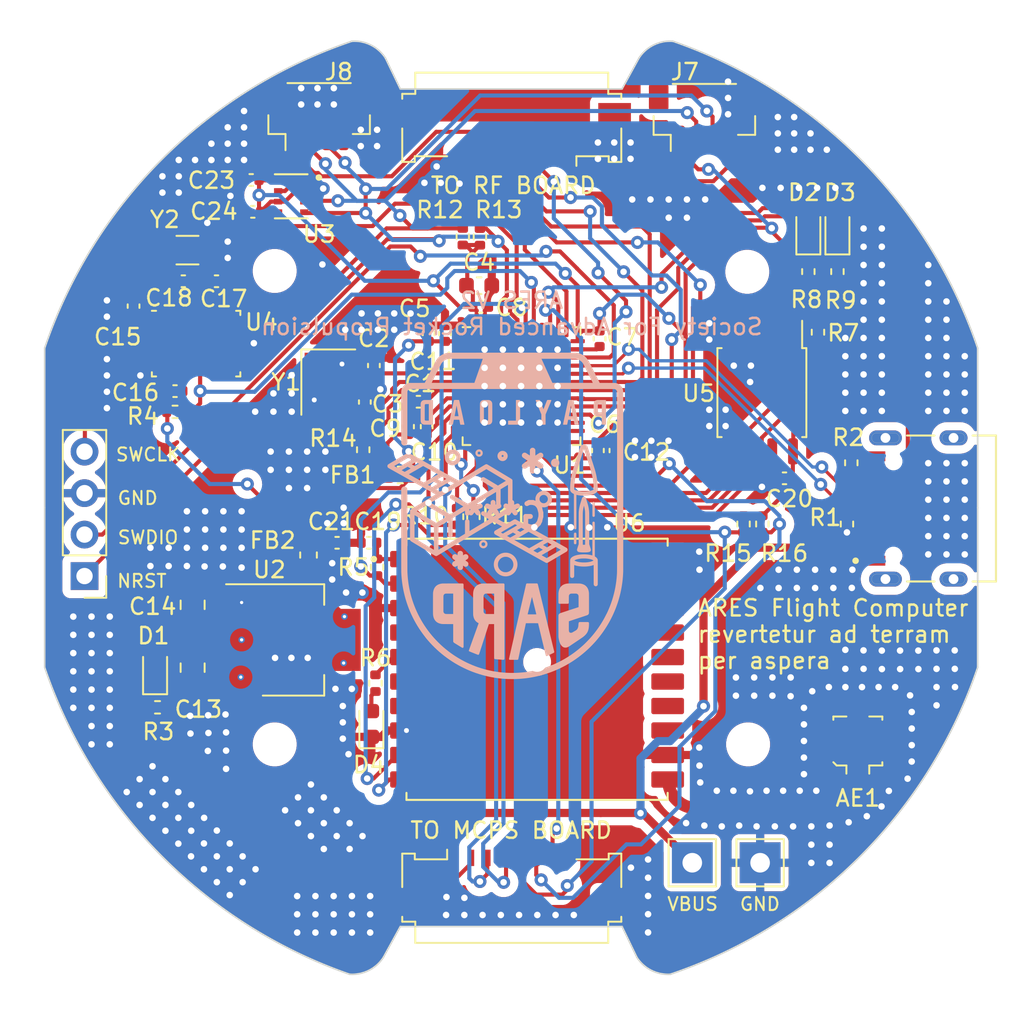
<source format=kicad_pcb>
(kicad_pcb (version 20240108) (generator "pcbnew") (generator_version "8.0")
  (layers (0 "F.Cu" signal) (31 "B.Cu" signal) (34 "B.Paste" user) (35 "F.Paste" user) (36 "B.SilkS" user "B.Silkscreen") (37 "F.SilkS" user "F.Silkscreen") (38 "B.Mask" user) (39 "F.Mask" user) (44 "Edge.Cuts" user))
  (net 0 "")
  (net 1 "/NRST")
  (net 2 "GND")
  (net 3 "/OSC_IN")
  (net 4 "/OSC_OUT")
  (net 5 "+3.3V")
  (net 6 "+3.3VA")
  (net 7 "Net-(U1-VCAP1)")
  (net 8 "VBUS")
  (net 9 "/PWR_LED_K")
  (net 10 "/SWDIO")
  (net 11 "/SWCLK")
  (net 12 "/USB_D+")
  (net 13 "/USB_D-")
  (net 14 "Net-(U4-CAP)")
  (net 15 "Net-(U4-XOUT32)")
  (net 16 "Net-(U4-XIN32)")
  (net 17 "Net-(D2-K)")
  (net 18 "Net-(D3-K)")
  (net 19 "Net-(J2-CC1)")
  (net 20 "/SCLK")
  (net 21 "/CS_FLASH")
  (net 22 "/MISO")
  (net 23 "/LED_G")
  (net 26 "Net-(J2-CC2)")
  (net 27 "/MOSI")
  (net 28 "/BNO_NRST")
  (net 29 "/SDA")
  (net 30 "/SCL")
  (net 34 "Net-(AE1-A)")
  (net 37 "Net-(U6-VCC)")
  (net 38 "Net-(C21-Pad1)")
  (net 40 "/GPS_NRST")
  (net 43 "Net-(D4-A)")
  (net 50 "Net-(U4-GNDIO-Pad15)")
  (net 58 "Net-(U6-3D-FIX)")
  (net 59 "/TX_GPS")
  (net 60 "Net-(U6-TX)")
  (net 61 "Net-(U6-RX)")
  (net 62 "/RX_GPS")
  (net 63 "/RADIO_NRST")
  (net 64 "/RX_RADIO")
  (net 65 "/TX_RADIO")
  (net 66 "/MOTOR_NRST")
  (net 67 "/S1_MP")
  (net 68 "/S2_MP")
  (net 79 "/S2_RF")
  (net 80 "/S1_RF")
  (net 81 "/MOTOR_SDA")
  (net 82 "/MOTOR_SCL")
  (net 84 "/LED_B")
  (footprint "TestPoint:TestPoint_THTPad_2.5x2.5mm_Drill1.2mm" (layer "F.Cu") (at 165.214 121.25)
    (property "Reference" "J5" (hide yes))
    (property "Value" "GND")
  )
  (footprint "Capacitor_SMD:C_0402_1005Metric" (layer "F.Cu") (at 141 93.02854 90)
    (property "Reference" "C3")
    (property "Value" "10pF")
  )
  (footprint "MountingHole:MountingHole_2.2mm_M2" (layer "F.Cu") (at 135.47774 84.9988)
    (property "Reference" "H1" (hide yes))
    (property "Value" "MountingHole")
  )
  (footprint "Capacitor_SMD:C_0402_1005Metric" (layer "F.Cu") (at 129.3725 92.3595 180)
    (property "Reference" "C16")
    (property "Value" "100nF")
  )
  (footprint "Resistor_SMD:R_0402_1005Metric" (layer "F.Cu") (at 140.9 95.95 90)
    (property "Reference" "R14")
    (property "Value" "10k")
  )
  (footprint "TestPoint:TestPoint_THTPad_2.5x2.5mm_Drill1.2mm" (layer "F.Cu") (at 161.058 121.25)
    (property "Reference" "J4" (hide yes))
    (property "Value" "5V")
  )
  (footprint "BMP280:XDCR_BMP280" (layer "F.Cu") (at 136.4875 80.425)
    (property "Reference" "U3")
    (property "Value" "BMP280")
  )
  (footprint "Connector_Coaxial:U.FL_Molex_MCRF_73412-0110_Vertical" (layer "F.Cu") (at 171.2 113.792)
    (property "Reference" "AE1")
    (property "Value" "Antenna")
  )
  (footprint "LED_SMD:LED_0603_1608Metric" (layer "F.Cu") (at 169.95 82.5 90)
    (property "Reference" "D3")
    (property "Value" "LED")
  )
  (footprint "Capacitor_SMD:C_0402_1005Metric" (layer "F.Cu") (at 126.8325 87.1525 -90)
    (property "Reference" "C15")
    (property "Value" "100nF")
  )
  (footprint "Capacitor_SMD:C_0402_1005Metric" (layer "F.Cu") (at 155.378 89.14854 -90)
    (property "Reference" "C7")
    (property "Value" "100nF")
  )
  (footprint "USBC:HRO_TYPE-C-31-M-12" (layer "F.Cu") (at 177.0625 99.55 90)
    (property "Reference" "J2" (hide yes))
    (property "Value" "TYPE-C-31-M-12" (hide yes))
    (fp_line (start 4.625 -4.72) (end 4.625 -3.62) (stroke (width 0.01)) (layer "Edge.Cuts"))
    (fp_line (start -4.025 -4.72) (end -4.025 -3.62) (stroke (width 0.01)) (layer "Edge.Cuts"))
    (fp_line (start 4.025 -3.62) (end 4.025 -4.72) (stroke (width 0.01)) (layer "Edge.Cuts"))
    (fp_line (start -4.625 -3.62) (end -4.625 -4.72) (stroke (width 0.01)) (layer "Edge.Cuts"))
    (fp_line (start 4.625 -0.4) (end 4.625 0.4) (stroke (width 0.01)) (layer "Edge.Cuts"))
    (fp_line (start -4.025 -0.4) (end -4.025 0.4) (stroke (width 0.01)) (layer "Edge.Cuts"))
    (fp_line (start 4.025 0.4) (end 4.025 -0.4) (stroke (width 0.01)) (layer "Edge.Cuts"))
    (fp_line (start -4.625 0.4) (end -4.625 -0.4) (stroke (width 0.01)) (layer "Edge.Cuts"))
    (fp_arc (start 4.325 -5.02) (mid 4.537132 -4.932132) (end 4.625 -4.72) (stroke (width 0.01)) (layer "Edge.Cuts"))
    (fp_arc (start -4.325 -5.02) (mid -4.112868 -4.932132) (end -4.025 -4.72) (stroke (width 0.01)) (layer "Edge.Cuts"))
    (fp_arc (start 4.025 -4.72) (mid 4.112868 -4.932132) (end 4.325 -5.02) (stroke (width 0.01)) (layer "Edge.Cuts"))
    (fp_arc (start -4.625 -4.72) (mid -4.537132 -4.932132) (end -4.325 -5.02) (stroke (width 0.01)) (layer "Edge.Cuts"))
    (fp_arc (start 4.625 -3.62) (mid 4.537132 -3.407868) (end 4.325 -3.32) (stroke (width 0.01)) (layer "Edge.Cuts"))
    (fp_arc (start -4.025 -3.62) (mid -4.112868 -3.407868) (end -4.325 -3.32) (stroke (width 0.01)) (layer "Edge.Cuts"))
    (fp_arc (start 4.325 -3.32) (mid 4.112868 -3.407868) (end 4.025 -3.62) (stroke (width 0.01)) (layer "Edge.Cuts"))
    (fp_arc (start -4.325 -3.32) (mid -4.537132 -3.407868) (end -4.625 -3.62) (stroke (width 0.01)) (layer "Edge.Cuts"))
    (fp_arc (start 4.325 -0.7) (mid 4.537132 -0.612132) (end 4.625 -0.4) (stroke (width 0.01)) (layer "Edge.Cuts"))
    (fp_arc (start -4.325 -0.7) (mid -4.112868 -0.612132) (end -4.025 -0.4) (stroke (width 0.01)) (layer "Edge.Cuts"))
    (fp_arc (start 4.025 -0.4) (mid 4.112868 -0.612132) (end 4.325 -0.7) (stroke (width 0.01)) (layer "Edge.Cuts"))
    (fp_arc (start -4.625 -0.4) (mid -4.537132 -0.612132) (end -4.325 -0.7) (stroke (width 0.01)) (layer "Edge.Cuts"))
    (fp_arc (start 4.625 0.4) (mid 4.537132 0.612132) (end 4.325 0.7) (stroke (width 0.01)) (layer "Edge.Cuts"))
    (fp_arc (start -4.025 0.4) (mid -4.112868 0.612132) (end -4.325 0.7) (stroke (width 0.01)) (layer "Edge.Cuts"))
    (fp_arc (start 4.325 0.7) (mid 4.112868 0.612132) (end 4.025 0.4) (stroke (width 0.01)) (layer "Edge.Cuts"))
    (fp_arc (start -4.325 0.7) (mid -4.537132 0.612132) (end -4.625 0.4) (stroke (width 0.01)) (layer "Edge.Cuts"))
  )
  (footprint "Crystal:Crystal_SMD_3225-4Pin_3.2x2.5mm" (layer "F.Cu") (at 138.7608 91.80734 -90)
    (property "Reference" "Y1")
    (property "Value" "16MHz")
  )
  (footprint "MountingHole:MountingHole_2.2mm_M2" (layer "F.Cu") (at 135.47774 113.9988)
    (property "Reference" "H3" (hide yes))
    (property "Value" "MountingHole")
  )
  (footprint "Capacitor_SMD:C_0402_1005Metric" (layer "F.Cu") (at 129.8805 85.6285)
    (property "Reference" "C18")
    (property "Value" "22pF")
  )
  (footprint "Capacitor_SMD:C_0402_1005Metric" (layer "F.Cu") (at 134.0375 79.425)
    (property "Reference" "C23")
    (property "Value" "100nF")
  )
  (footprint "Resistor_SMD:R_0402_1005Metric" (layer "F.Cu") (at 170.8 96.75 -90)
    (property "Reference" "R2")
    (property "Value" "5.11k")
  )
  (footprint "Package_SO:SOIC-8_5.23x5.23mm_P1.27mm" (layer "F.Cu") (at 165.3225 92.45 -90)
    (property "Reference" "U5")
    (property "Value" "W25Q32JVSS")
  )
  (footprint "Resistor_SMD:R_0402_1005Metric" (layer "F.Cu") (at 164.2 100.5 90)
    (property "Reference" "R15")
    (property "Value" "4.7k")
  )
  (footprint "Capacitor_SMD:C_0402_1005Metric" (layer "F.Cu") (at 148.097 87.18974)
    (property "Reference" "C8")
    (property "Value" "100nF")
  )
  (footprint "Connector_FFC-FPC:Molex_200528-0080_1x08-1MP_P1.00mm_Horizontal" (layer "F.Cu") (at 150 121.86)
    (property "Reference" "J3" (hide yes))
    (property "Value" "FC_M/P")
  )
  (footprint "Resistor_SMD:R_0402_1005Metric" (layer "F.Cu") (at 170.53476 100.5012 90)
    (property "Reference" "R1")
    (property "Value" "5.11k")
  )
  (footprint "Resistor_SMD:R_0402_1005Metric" (layer "F.Cu") (at 147 82.9 -90)
    (property "Reference" "R12")
    (property "Value" "4.7k")
  )
  (footprint "Capacitor_SMD:C_0402_1005Metric" (layer "F.Cu") (at 139.3 101.65)
    (property "Reference" "C21")
    (property "Value" "1uF")
  )
  (footprint "Inductor_SMD:L_0603_1608Metric" (layer "F.Cu") (at 137.55 102.4 90)
    (property "Reference" "FB2")
    (property "Value" "600R")
  )
  (footprint "Capacitor_SMD:C_0805_2012Metric" (layer "F.Cu") (at 130.45 109.3 90)
    (property "Reference" "C13")
    (property "Value" "22uF")
  )
  (footprint "Resistor_SMD:R_0402_1005Metric" (layer "F.Cu") (at 169.95 85.0375 -90)
    (property "Reference" "R9")
    (property "Value" "1k")
  )
  (footprint "Resistor_SMD:R_0402_1005Metric" (layer "F.Cu") (at 129.3725 93.6295)
    (property "Reference" "R4")
    (property "Value" "10k")
  )
  (footprint "CD-PA1616D:XCVR_CD-PA1616D" (layer "F.Cu") (at 151.55 109.4)
    (property "Reference" "U6")
    (property "Value" "PA1616S")
  )
  (footprint "Connector_JST:JST_SH_BM04B-SRSS-TB_1x04-1MP_P1.00mm_Vertical" (layer "F.Cu") (at 161.8 75.55)
    (property "Reference" "J7")
    (property "Value" "Conn_01x04_Pin")
  )
  (footprint "MountingHole:MountingHole_2.2mm_M2" (layer "F.Cu") (at 164.47774 113.9988)
    (property "Reference" "H4" (hide yes))
    (property "Value" "MountingHole")
  )
  (footprint "Capacitor_SMD:C_0402_1005Metric" (layer "F.Cu") (at 166.7075 97.7 180)
    (property "Reference" "C20")
    (property "Value" "100nF")
  )
  (footprint "Resistor_SMD:R_0402_1005Metric" (layer "F.Cu") (at 148.05 82.91 -90)
    (property "Reference" "R13")
    (property "Value" "4.7k")
  )
  (footprint "Package_DFN_QFN:QFN-48-1EP_7x7mm_P0.5mm_EP5.6x5.6mm" (layer "F.Cu") (at 150.6 92.04974)
    (property "Reference" "U1")
    (property "Value" "STM32F401CCU6")
  )
  (footprint "Crystal:Crystal_SMD_3215-2Pin_3.2x1.5mm" (layer "F.Cu") (at 130.1345 83.7235 180)
    (property "Reference" "Y2")
    (property "Value" "32.768kHz")
  )
  (footprint "Resistor_SMD:R_0402_1005Metric" (layer "F.Cu") (at 146.65 100.05 -90)
    (property "Reference" "R10")
    (property "Value" "470")
  )
  (footprint "Package_TO_SOT_SMD:SOT-223-3_TabPin2" (layer "F.Cu") (at 136.6 107.6)
    (property "Reference" "U2")
    (property "Value" "AMS1117-3.3")
  )
  (footprint "Capacitor_SMD:C_0805_2012Metric" (layer "F.Cu") (at 130.45 105.45 90)
    (property "Reference" "C14")
    (property "Value" "22uF")
  )
  (footprint "Capacitor_SMD:C_0402_1005Metric" (layer "F.Cu") (at 144.91 88.82774 90)
    (property "Reference" "C5")
    (property "Value" "100nF")
  )
  (footprint "Resistor_SMD:R_0402_1005Metric" (layer "F.Cu") (at 128.3 111.7295)
    (property "Reference" "R3")
    (property "Value" "1k")
  )
  (footprint "Resistor_SMD:R_0402_1005Metric" (layer "F.Cu") (at 168.168 85.0375 -90)
    (property "Reference" "R8")
    (property "Value" "1k")
  )
  (footprint "Capacitor_SMD:C_0402_1005Metric" (layer "F.Cu") (at 131.9125 85.6285)
    (property "Reference" "C17")
    (property "Value" "22pF")
  )
  (footprint "Capacitor_SMD:C_0402_1005Metric" (layer "F.Cu") (at 144.28 93.011 180)
    (property "Reference" "C1")
    (property "Value" "100nF")
  )
  (footprint "Capacitor_SMD:C_0603_1608Metric" (layer "F.Cu") (at 148 85.9)
    (property "Reference" "C4")
    (property "Value" "10uF")
  )
  (footprint "Resistor_SMD:R_0402_1005Metric" (layer "F.Cu") (at 141.65 110.25 90)
    (property "Reference" "R6")
    (property "Value" "470")
  )
  (footprint "Resistor_SMD:R_0402_1005Metric" (layer "F.Cu") (at 141.75 103.15 -90)
    (property "Reference" "R5")
    (property "Value" "10k")
  )
  (footprint "Connector_FFC-FPC:Molex_200528-0080_1x08-1MP_P1.00mm_Horizontal" (layer "F.Cu") (at 150 77.15 180)
    (property "Reference" "J6" (hide yes))
    (property "Value" "FC_RF")
  )
  (footprint "MountingHole:MountingHole_2.2mm_M2" (layer "F.Cu") (at 164.42774 85.0488)
    (property "Reference" "H2" (hide yes))
    (property "Value" "MountingHole")
  )
  (footprint "Capacitor_SMD:C_0402_1005Metric" (layer "F.Cu") (at 155.278 95.9988 -90)
    (property "Reference" "C6")
    (property "Value" "100nF")
  )
  (footprint "Connector_PinHeader_2.54mm:PinHeader_1x04_P2.54mm_Vertical" (layer "F.Cu") (at 123.82774 103.6888 180)
    (property "Reference" "J1" (hide yes))
    (property "Value" "SWD")
  )
  (footprint "Resistor_SMD:R_0402_1005Metric" (layer "F.Cu") (at 165.35 100.5 90)
    (property "Reference" "R16")
    (property "Value" "4.7k")
  )
  (footprint "Capacitor_SMD:C_0402_1005Metric" (layer "F.Cu") (at 141.5548 90.79134 90)
    (property "Reference" "C2")
    (property "Value" "10pF")
  )
  (footprint "Capacitor_SMD:C_0402_1005Metric" (layer "F.Cu") (at 134.1375 81.375)
    (property "Reference" "C24")
    (property "Value" "100nF")
  )
  (footprint "Capacitor_SMD:C_0402_1005Metric" (layer "F.Cu") (at 144.788 94.535 90)
    (property "Reference" "C10" (hide yes))
    (property "Value" "1uF")
  )
  (footprint "LED_SMD:LED_0603_1608Metric" (layer "F.Cu") (at 128.15 109.442 90)
    (property "Reference" "D1")
    (property "Value" "LED")
  )
  (footprint "Resistor_SMD:R_0402_1005Metric" (layer "F.Cu") (at 147.65 100.05 -90)
    (property "Reference" "R11")
    (property "Value" "470")
  )
  (footprint "Package_LGA:LGA-28_5.2x3.8mm_P0.5mm" (layer "F.Cu") (at 130.6625 89.45)
    (property "Reference" "U4")
    (property "Value" "BNO055")
  )
  (footprint "Capacitor_SMD:C_0402_1005Metric" (layer "F.Cu") (at 156.35 96 90)
    (property "Reference" "C12")
    (property "Value" "2.2uF")
  )
  (footprint "LED_SMD:LED_0603_1608Metric" (layer "F.Cu") (at 168.168 82.5 90)
    (property "Reference" "D2")
    (property "Value" "LED")
  )
  (footprint "LED_SMD:LED_0603_1608Metric" (layer "F.Cu") (at 141.4 112.75 90)
    (property "Reference" "D4")
    (property "Value" "LED")
  )
  (footprint "Capacitor_SMD:C_0402_1005Metric" (layer "F.Cu") (at 141.25 101.65 180)
    (property "Reference" "C19")
    (property "Value" "100nF")
  )
  (footprint "Capacitor_SMD:C_0402_1005Metric" (layer "F.Cu") (at 143.645 94.535 90)
    (property "Reference" "C9")
    (property "Value" "10nF")
  )
  (footprint "Resistor_SMD:R_0402_1005Metric" (layer "F.Cu") (at 168.7575 88.75 90)
    (property "Reference" "R7")
    (property "Value" "10k")
  )
  (footprint "Capacitor_SMD:C_0402_1005Metric" (layer "F.Cu") (at 145.91 88.82774 90)
    (property "Reference" "C11")
    (property "Value" "1uF")
  )
  (footprint "Connector_JST:JST_SH_BM04B-SRSS-TB_1x04-1MP_P1.00mm_Vertical" (layer "F.Cu") (at 138.2 75.5)
    (property "Reference" "J8")
    (property "Value" "Conn_01x04_Pin")
  )
  (footprint "Inductor_SMD:L_0603_1608Metric" (layer "F.Cu") (at 143.172 97.49654)
    (property "Reference" "FB1")
    (property "Value" "120R")
  )
  (footprint "LOGO" (layer "B.Cu") (at 149.606 100 180)
    (property "Reference" "G***")
    (property "Value" "LOGO" (hide yes))
  )
  (gr_arc (start 161.315589 117.9068) (mid 160.082709 117.390896) (end 159.584685 116.150685) (stroke (width 0.75)) (layer "F.Cu") (net 34))
  (gr_arc (start 171.196 115.4176) (mid 170.467696 117.175883) (end 168.709413 117.904187) (stroke (width 0.75)) (layer "F.Cu") (net 34))
  (gr_arc (start 159.869743 70.927799) (mid 171.375988 78.168728) (end 178.538741 89.7238) (stroke (width 0.1)) (layer "Edge.Cuts"))
  (gr_arc (start 157.793393 71.962949) (mid 158.689121 71.159649) (end 159.869742 70.9278) (stroke (width 0.1)) (layer "Edge.Cuts"))
  (gr_line (start 121.38874 89.723799) (end 121.38874 99.502799) (stroke (width 0.1)) (layer "Edge.Cuts"))
  (gr_line (start 142.261094 71.962945) (end 143.169242 73.8488) (stroke (width 0.1)) (layer "Edge.Cuts"))
  (gr_arc (start 142.134089 127.04265) (mid 141.238354 127.845935) (end 140.05774 128.077799) (stroke (width 0.1)) (layer "Edge.Cuts"))
  (gr_line (start 142.134094 127.042653) (end 143.16924 125.156799) (stroke (width 0.1)) (layer "Edge.Cuts"))
  (gr_line (start 156.75824 125.156799) (end 143.16924 125.1568) (stroke (width 0.1)) (layer "Edge.Cuts"))
  (gr_line (start 157.793388 71.962946) (end 156.758242 73.8488) (stroke (width 0.1)) (layer "Edge.Cuts"))
  (gr_arc (start 140.057739 128.0778) (mid 128.55149 120.836876) (end 121.388741 109.281799) (stroke (width 0.1)) (layer "Edge.Cuts"))
  (gr_line (start 121.38874 99.502799) (end 121.38874 109.281799) (stroke (width 0.1)) (layer "Edge.Cuts"))
  (gr_line (start 178.538742 99.5028) (end 178.538742 89.7238) (stroke (width 0.1)) (layer "Edge.Cuts"))
  (gr_arc (start 121.38874 89.723799) (mid 128.59631 78.136693) (end 140.187287 70.93535) (stroke (width 0.1)) (layer "Edge.Cuts"))
  (gr_line (start 143.169242 73.8488) (end 156.758242 73.8488) (stroke (width 0.1)) (layer "Edge.Cuts"))
  (gr_arc (start 159.742739 128.07776) (mid 158.562129 127.845921) (end 157.666388 127.042654) (stroke (width 0.1)) (layer "Edge.Cuts"))
  (gr_arc (start 178.538742 109.2818) (mid 171.331169 120.868906) (end 159.740195 128.070249) (stroke (width 0.1)) (layer "Edge.Cuts"))
  (gr_arc (start 140.184743 70.927839) (mid 141.365363 71.159658) (end 142.261094 71.962945) (stroke (width 0.1)) (layer "Edge.Cuts"))
  (gr_line (start 157.666388 127.042654) (end 156.75824 125.156799) (stroke (width 0.1)) (layer "Edge.Cuts"))
  (gr_line (start 178.538742 109.2818) (end 178.538742 99.5028) (stroke (width 0.1)) (layer "Edge.Cuts"))
  (gr_text "ARES V2\nSociety For Advanced Rocket Propulsion\n" (at 150 89 0) (layer "B.SilkS") (effects (font (size 1 1)) (justify bottom mirror)))
  (gr_text "GND\n" (at 127.08554 98.9126 0) (layer "F.SilkS") (effects (font (size 0.8 0.8) (thickness 0.125))))
  (gr_text "GND" (at 163.9 124.25 0) (layer "F.SilkS") (effects (font (size 0.8 0.8) (thickness 0.125) (bold yes)) (justify left bottom)))
  (gr_text "NRST\n" (at 127.33954 103.9926 0) (layer "F.SilkS") (effects (font (size 0.8 0.8) (thickness 0.125))))
  (gr_text "TO RF BOARD" (at 144.95 80.35 0) (layer "F.SilkS") (effects (font (size 1 1) (thickness 0.15) (bold yes)) (justify left bottom)))
  (gr_text "ARES Flight Computer\nrevertetur ad terram \nper aspera" (at 161.3 109.45 0) (layer "F.SilkS") (effects (font (size 1 1) (thickness 0.15) (bold yes)) (justify left bottom)))
  (gr_text "SWCLK\n" (at 127.72054 96.2456 0) (layer "F.SilkS") (effects (font (size 0.8 0.8) (thickness 0.125))))
  (gr_text "VBUS" (at 159.455 124.25 0) (layer "F.SilkS") (effects (font (size 0.8 0.8) (thickness 0.125) (bold yes)) (justify left bottom)))
  (gr_text "TO MCPS BOARD" (at 143.7 119.85 0) (layer "F.SilkS") (effects (font (size 1 1) (thickness 0.15) (bold yes)) (justify left bottom)))
  (gr_text "SWDIO\n" (at 127.72054 101.3256 0) (layer "F.SilkS") (effects (font (size 0.8 0.8) (thickness 0.125))))
  (gr_text "C10" (at 145.25 96.1 0) (layer "F.SilkS") (effects (font (size 1 1))))
  (segment (start 141.59146 94.74854) (end 140.9 95.44) (width 0.25) (layer "F.Cu") (net 1))
  (segment (start 143.256686 92.29974) (end 147.1625 92.29974) (width 0.25) (layer "F.Cu") (net 1))
  (segment (start 123.73554 103.8386) (end 123.73554 103.76446) (width 0.25) (layer "F.Cu") (net 1))
  (segment (start 145.47126 92.29974) (end 147.1625 92.29974) (width 0.25) (layer "F.Cu") (net 1))
  (segment (start 123.73554 103.76446) (end 132.75146 94.74854) (width 0.25) (layer "F.Cu") (net 1))
  (segment (start 132.75146 94.74854) (end 141.814396 94.74854) (width 0.25) (layer "F.Cu") (net 1))
  (segment (start 141.814396 94.74854) (end 141.59146 94.74854) (width 0.25) (layer "F.Cu") (net 1))
  (segment (start 144.76 93.011) (end 145.47126 92.29974) (width 0.25) (layer "F.Cu") (net 1))
  (segment (start 142.45 93.411701) (end 143.125001 92.7367) (width 0.25) (layer "F.Cu") (net 1))
  (segment (start 143.124999 92.431427) (end 143.256686 92.29974) (width 0.25) (layer "F.Cu") (net 1))
  (segment (start 143.125001 92.7367) (end 143.124999 92.431427) (width 0.25) (layer "F.Cu") (net 1))
  (segment (start 141.814396 94.74854) (end 142.45 94.112936) (width 0.25) (layer "F.Cu") (net 1))
  (segment (start 142.45 94.112936) (end 142.45 93.411701) (width 0.25) (layer "F.Cu") (net 1))
  (segment (start 132.85 89.5) (end 132.85 89.4) (width 0.25) (layer "F.Cu") (net 2))
  (segment (start 133.2875 81.375) (end 133.6575 81.375) (width 0.25) (layer "F.Cu") (net 2))
  (segment (start 126.8325 87.6325) (end 126.8325 88.004) (width 0.25) (layer "F.Cu") (net 2))
  (segment (start 143.55 113.15) (end 143.15 113.15) (width 0.5) (layer "F.Cu") (net 2))
  (segment (start 127.25 91.4) (end 127.5375 91.1125) (width 0.25) (layer "F.Cu") (net 2))
  (segment (start 132.6 84.2) (end 132.6 85.421) (width 0.25) (layer "F.Cu") (net 2))
  (segment (start 138.45 79.95) (end 137.95 79.45) (width 0.25) (layer "F.Cu") (net 2))
  (segment (start 131.761 82.05) (end 131.008 82.05) (width 0.25) (layer "F.Cu") (net 2))
  (segment (start 132.7625 80.85) (end 133.2875 81.375) (width 0.25) (layer "F.Cu") (net 2))
  (segment (start 152.85 95.48724) (end 152.85 95.97448) (width 0.25) (layer "F.Cu") (net 2))
  (segment (start 170.532107 101.013853) (end 170.53476 101.0112) (width 0.25) (layer "F.Cu") (net 2))
  (segment (start 150.6 92.04974) (end 151.30026 92.04974) (width 0.25) (layer "F.Cu") (net 2))
  (segment (start 133.05 89.7) (end 132.85 89.5) (width 0.25) (layer "F.Cu") (net 2))
  (segment (start 151.30026 92.04974) (end 153.55026 89.79974) (width 0.25) (layer "F.Cu") (net 2))
  (segment (start 163.4175 88.85) (end 163.4175 88.19) (width 0.25) (layer "F.Cu") (net 2))
  (segment (start 163.3 76.875001) (end 163.3 76.900964) (width 0.25) (layer "F.Cu") (net 2))
  (segment (start 139.6108 90.70734) (end 139.6108 90.61574) (width 0.25) (layer "F.Cu") (net 2))
  (segment (start 141.5548 90.31134) (end 141.5548 90.1452) (width 0.25) (layer "F.Cu") (net 2))
  (segment (start 150.6 92.04974) (end 150.6 92.75) (width 0.25) (layer "F.Cu") (net 2))
  (segment (start 132.6 85.421) (end 132.3925 85.6285) (width 0.25) (layer "F.Cu") (net 2))
  (segment (start 130.45 108.35) (end 129.2 109.6) (width 0.25) (layer "F.Cu") (net 2))
  (segment (start 153.35432 96.4788) (end 155.278 96.4788) (width 0.25) (layer "F.Cu") (net 2))
  (segment (start 171.4148 102.75) (end 170.8648 103.3) (width 0.25) (layer "F.Cu") (net 2))
  (segment (start 132.85 89.4) (end 133.05 89.2) (width 0.25) (layer "F.Cu") (net 2))
  (segment (start 148.625 85.9) (end 148.577 85.948) (width 0.25) (layer "F.Cu") (net 2))
  (segment (start 141.65146 92.54854) (end 141 92.54854) (width 0.25) (layer "F.Cu") (net 2))
  (segment (start 133.5024 105.3084) (end 133.45 105.3) (width 0.25) (layer "F.Cu") (net 2))
  (segment (start 155.2068 89.79974) (end 154.0375 89.79974) (width 0.25) (layer "F.Cu") (net 2))
  (segment (start 130.45 108.35) (end 130.4544 108.3564) (width 0.25) (layer "F.Cu") (net 2))
  (segment (start 136.1125 80.1) (end 135.6875 80.1) (width 0.25) (layer "F.Cu") (net 2))
  (segment (start 127.5375 91.1125) (end 128.4125 91.1125) (width 0.25) (layer "F.Cu") (net 2))
  (segment (start 134.2 89.425) (end 133.275 89.425) (width 0.25) (layer "F.Cu") (net 2))
  (segment (start 143.645 94.055) (end 144.788 94.055) (width 0.25) (layer "F.Cu") (net 2))
  (segment (start 146.04326 92.79974) (end 144.788 94.055) (width 0.25) (layer "F.Cu") (net 2))
  (segment (start 129.2 109.6) (end 129.2 111.3395) (width 0.25) (layer "F.Cu") (net 2))
  (segment (start 149.85 92.79974) (end 147.1625 92.79974) (width 0.25) (layer "F.Cu") (net 2))
  (segment (start 150.6 92.75) (end 152.85 95) (width 0.25) (layer "F.Cu") (net 2))
  (segment (start 129.2 111.3395) (end 128.81 111.7295) (width 0.25) (layer "F.Cu") (net 2))
  (segment (start 137.2875 79.45) (end 136.7625 79.45) (width 0.25) (layer "F.Cu") (net 2))
  (segment (start 156.24829 95.52) (end 156.35 95.52) (width 0.25) (layer "F.Cu") (net 2))
  (segment (start 163.3 76.900964) (end 163.299657 76.901307) (width 0.25) (layer "F.Cu") (net 2))
  (segment (start 131.008 82.05) (end 130.3605 82.6975) (width 0.25) (layer "F.Cu") (net 2))
  (segment (start 136.7625 79.45) (end 136.1125 80.1) (width 0.25) (layer "F.Cu") (net 2))
  (segment (start 132.6 83.2) (end 132.6 82.889) (width 0.25) (layer "F.Cu") (net 2))
  (segment (start 155.278 96.4788) (end 155.28949 96.4788) (width 0.25) (layer "F.Cu") (net 2))
  (segment (start 127.25 91.4) (end 128.2095 92.3595) (width 0.25) (layer "F.Cu") (net 2))
  (segment (start 139.6108 90.61574) (end 139.9152 90.31134) (width 0.25) (layer "F.Cu") (net 2))
  (segment (start 148.577 86.45) (end 148.577 87.18974) (width 0.25) (layer "F.Cu") (net 2))
  (segment (start 133.325 89.425) (end 133.05 89.7) (width 0.25) (layer "F.Cu") (net 2))
  (segment (start 148.577 85.948) (end 148.577 86.45) (width 0.25) (layer "F.Cu") (net 2))
  (segment (start 132.6 83.2) (end 132.6 84.2) (width 0.25) (layer "F.Cu") (net 2))
  (segment (start 128.4125 90.3375) (end 128.275 90.2) (width 0.25) (layer "F.Cu") (net 2))
  (segment (start 142.4 113.15) (end 143.15 113.15) (width 0.5) (layer "F.Cu") (net 2))
  (segment (start 141.4 113.5375) (end 142.0125 113.5375) (width 0.5) (layer "F.Cu") (net 2))
  (segment (start 132.7625 80.4) (end 132.7625 80) (width 0.25) (layer "F.Cu") (net 2))
  (segment (start 150.6 92.04974) (end 148.35 89.79974) (width 0.25) (layer "F.Cu") (net 2))
  (segment (start 135.6125 80.175) (end 135.6875 80.1) (width 0.25) (layer "F.Cu") (net 2))
  (segment (start 127.5285 88.7) (end 128.275 88.7) (width 0.25) (layer "F.Cu") (net 2))
  (segment (start 147.1625 92.79974) (end 146.04326 92.79974) (width 0.25) (layer "F.Cu") (net 2))
  (segment (start 128.8925 92.3595) (end 128.4125 91.8795) (width 0.25) (layer "F.Cu") (net 2))
  (segment (start 170.91 96.35) (end 172.3125 96.35) (width 0.25) (layer "F.Cu") (net 2))
  (segment (start 134.2 89.425) (end 133.325 89.425) (width 0.25) (layer "F.Cu") (net 2))
  (segment (start 148.35 87.41674) (end 148.35 88.61224) (width 0.25) (layer "F.Cu") (net 2))
  (segment (start 130.45 104.5) (end 130.4544 104.4956) (width 0.25) (layer "F.Cu") (net 2))
  (segment (start 132.7625 80.4) (end 132.7625 80.85) (width 0.25) (layer "F.Cu") (net 2))
  (segment (start 153.55026 89.79974) (end 154.0375 89.79974) (width 0.25) (layer "F.Cu") (net 2))
  (segment (start 130.4544 104.4448) (end 130.5052 104.4448) (width 0.25) (layer "F.Cu") (net 2))
  (segment (start 130.5052 108.3564) (end 130.45 108.67954) (width 0.25) (layer "F.Cu") (net 2))
  (segment (start 127.25 91.4) (end 127.25 91.225) (width 0.25) (layer "F.Cu") (net 2))
  (segment (start 133.275 89.425) (end 133.05 89.2) (width 0.25) (layer "F.Cu") (net 2))
  (segment (start 139.9152 90.31134) (end 141.5548 90.31134) (width 0.25) (layer "F.Cu") (net 2))
  (segment (start 148.35 89.79974) (end 148.35 88.61224) (width 0.25) (layer "F.Cu") (net 2))
  (segment (start 130.4544 108.3564) (end 130.5052 108.3564) (width 0.25) (layer "F.Cu") (net 2))
  (segment (start 128.4125 91.1125) (end 128.4125 90.3375) (width 0.25) (layer "F.Cu") (net 2))
  (segment (start 156.47 95.4) (end 156.35 95.52) (width 0.25) (layer "F.Cu") (net 2))
  (segment (start 128.4125 91.8795) (end 128.4125 91.1125) (width 0.25) (layer "F.Cu") (net 2))
  (segment (start 126.8325 88.004) (end 127.5285 88.7) (width 0.25) (layer "F.Cu") (net 2))
  (segment (start 141.95 92.25) (end 141.65146 92.54854) (width 0.25) (layer "F.Cu") (net 2))
  (segment (start 150.6 92.04974) (end 149.85 92.79974) (width 0.25) (layer "F.Cu") (net 2))
  (segment (start 132.7625 80) (end 133.3375 79.425) (width 0.25) (layer "F.Cu") (net 2))
  (segment (start 128.2095 92.3595) (end 128.8925 92.3595) (width 0.25) (layer "F.Cu") (net 2))
  (segment (start 130.3605 82.6975) (end 130.3605 85.6285) (width 0.25) (layer "F.Cu") (net 2))
  (segment (start 137.95 79.45) (end 137.2875 79.45) (width 0.25) (layer "F.Cu") (net 2))
  (segment (start 168.168 85.5475) (end 169.95 85.5475) (width 0.25) (layer "F.Cu") (net 2))
  (segment (start 130.4544 104.4956) (end 130.4544 104.4448) (width 0.25) (layer "F.Cu") (net 2))
  (segment (start 165.325 98.225) (end 165.85 97.7) (width 0.25) (layer "F.Cu") (net 2))
  (segment (start 127.25 91.225) (end 128.275 90.2) (width 0.25) (layer "F.Cu") (net 2))
  (segment (start 152.85 95) (end 152.85 95.48724) (width 0.25) (layer "F.Cu") (net 2))
  (segment (start 170.8 96.24) (end 170.91 96.35) (width 0.25) (layer "F.Cu") (net 2))
  (segment (start 142.0125 113.5375) (end 142.4 113.15) (width 0.5) (layer "F.Cu") (net 2))
  (segment (start 152.85 95.97448) (end 153.35432 96.4788) (width 0.25) (layer "F.Cu") (net 2))
  (segment (start 143.8 93.011) (end 143.8 93.9) (width 0.25) (layer "F.Cu") (net 2))
  (segment (start 148.577 87.18974) (end 148.35 87.41674) (width 0.25) (layer "F.Cu") (net 2))
  (segment (start 155.28949 96.4788) (end 156.24829 95.52) (width 0.25) (layer "F.Cu") (net 2))
  (segment (start 172.3125 102.75) (end 171.4148 102.75) (width 0.25) (layer "F.Cu") (net 2))
  (segment (start 155.378 89.62854) (end 155.2068 89.79974) (width 0.25) (layer "F.Cu") (net 2))
  (segment (start 130.5052 104.4448) (end 130.4544 104.4956) (width 0.25) (layer "F.Cu") (net 2))
  (segment (start 132.6 82.889) (end 131.761 82.05) (width 0.25) (layer "F.Cu") (net 2))
  (segment (start 144.788 94.055) (end 144.788 94.003) (width 0.25) (layer "F.Cu") (net 2))
  (segment (start 128.81 111.7295) (end 128.81 111.86) (width 0.25) (layer "F.Cu") (net 2))
  (segment (start 133.3375 79.425) (end 133.5575 79.425) (width 0.25) (layer "F.Cu") (net 2))
  (segment (start 165.85 97.7) (end 166.2275 97.7) (width 0.25) (layer "F.Cu") (net 2))
  (via (at 171.5516 87.9856) (size 0.8) (drill 0.4) (layers "F.Cu" "B.Cu") (net 2))
  (via (at 167.3 76.5716) (size 0.8) (drill 0.4) (layers "F.Cu" "B.Cu") (net 2))
  (via (at 172.6692 93.5736) (size 0.8) (drill 0.4) (layers "F.Cu" "B.Cu") (net 2))
  (via (at 176.6316 97.8916) (size 0.8) (drill 0.4) (layers "F.Cu" "B.Cu") (net 2))
  (via (at 169.4688 120.142) (size 0.8) (drill 0.4) (layers "F.Cu" "B.Cu") (net 2))
  (via (at 170.434 91.3384) (size 0.8) (drill 0.4) (layers "F.Cu" "B.Cu") (net 2))
  (via (at 167.4648 103.3) (size 0.8) (drill 0.4) (layers "F.Cu" "B.Cu") (net 2))
  (via (at 127.8636 103.0732) (size 0.8) (drill 0.4) (layers "F.Cu" "B.Cu") (net 2))
  (via (at 132.723588 123.229713) (size 0.8) (drill 0.4) (layers "F.Cu" "B.Cu") (net 2))
  (via (at 139.85 104.7) (size 0.8) (drill 0.4) (layers "F.Cu" "B.Cu") (net 2))
  (via (at 136.5176 93.6176) (size 0.8) (drill 0.4) (layers "F.Cu" "B.Cu") (net 2))
  (via (at 156.2768 78.1304) (size 0.8) (drill 0.4) (layers "F.Cu" "B.Cu") (net 2))
  (via (at 151.6888 89.8144) (size 0.8) (drill 0.4) (layers "F.Cu" "B.Cu") (net 2))
  (via (at 123.1392 107.289601) (size 0.8) (drill 0.4) (layers "F.Cu" "B.Cu") (net 2))
  (via (at 137.696263 119.617188) (size 0.8) (drill 0.4) (layers "F.Cu" "B.Cu") (net 2))
  (via (at 140.75 76.35) (size 0.8) (drill 0.4) (layers "F.Cu" "B.Cu") (net 2))
  (via (at 124.2568 111.760001) (size 0.8) (drill 0.4) (layers "F.Cu" "B.Cu") (net 2))
  (via (at 134.2824 93.6176) (size 0.8) (drill 0.4) (layers "F.Cu" "B.Cu") (net 2))
  (via (at 136.517599 91.3824) (size 0.8) (drill 0.4) (layers "F.Cu" "B.Cu") (net 2))
  (via (at 167.3 75.5716) (size 0.8) (drill 0.4) (layers "F.Cu" "B.Cu") (net 2))
  (via (at 124.2568 110.6424) (size 0.8) (drill 0.4) (layers "F.Cu" "B.Cu") (net 2))
  (via (at 177.7492 102.362) (size 0.8) (drill 0.4) (layers "F.Cu" "B.Cu") (net 2))
  (via (at 148.336 93.167201) (size 0.8) (drill 0.4) (layers "F.Cu" "B.Cu") (net 2))
  (via (at 174.908801 109.3852) (size 0.8) (drill 0.4) (layers "F.Cu" "B.Cu") (net 2))
  (via (at 158.35 124.4028) (size 0.8) (drill 0.4) (layers "F.Cu" "B.Cu") (net 2))
  (via (at 138.486526 120.407451) (size 0.8) (drill 0.4) (layers "F.Cu" "B.Cu") (net 2))
  (via (at 132.334 99.7204) (size 0.8) (drill 0.4) (layers "F.Cu" "B.Cu") (net 2))
  (via (at 157.2768 77.1304) (size 0.8) (drill 0.4) (layers "F.Cu" "B.Cu") (net 2))
  (via (at 176.6316 101.2444) (size 0.8) (drill 0.4) (layers "F.Cu" "B.Cu") (net 2))
  (via (at 162.56 116.84) (size 0.8) (drill 0.4) (layers "F.Cu" "B.Cu") (net 2))
  (via (at 161.798 118.9736) (size 0.8) (drill 0.4) (layers "F.Cu" "B.Cu") (net 2))
  (via (at 126.412937 116.919063) (size 0.8) (drill 0.4) (layers "F.Cu" "B.Cu") (net 2))
  (via (at 152.8064 92.0496) (size 0.8) (drill 0.4) (layers "F.Cu" "B.Cu") (net 2))
  (via (at 159.6136 81.7372) (size 0.8) (drill 0.4) (layers "F.Cu" "B.Cu") (net 2))
  (via (at 167.898 111.76) (size 0.8) (drill 0.4) (layers "F.Cu" "B.Cu") (net 2))
  (via (at 129.573988 116.919063) (size 0.8) (drill 0.4) (layers "F.Cu" "B.Cu") (net 2))
  (via (at 151.6888 93.1672) (size 0.8) (drill 0.4) (layers "F.Cu" "B.Cu") (net 2))
  (via (at 129.6 79.2) (size 0.8) (drill 0.4) (layers "F.Cu" "B.Cu") (net 2))
  (via (at 132.6 83.2) (size 0.8) (drill 0.4) (layers "F.Cu" "B.Cu") (net 2))
  (via (at 174.25 116.1) (size 0.8) (drill 0.4) (layers "F.Cu" "B.Cu") (net 2))
  (via (at 169.422 110.49) (size 0.8) (drill 0.4) (layers "F.Cu" "B.Cu") (net 2))
  (via (at 168.5824 104.4176) (size 0.8) (drill 0.4) (layers "F.Cu" "B.Cu") (net 2))
  (via (at 132.5 113.2648) (size 0.8) (drill 0.4) (layers "F.Cu" "B.Cu") (net 2))
  (via (at 176.6316 86.868) (size 0.8) (drill 0.4) (layers "F.Cu" "B.Cu") (net 2))
  (via (at 170.434 108.2076) (size 0.8) (drill 0.4) (layers "F.Cu" "B.Cu") (net 2))
  (via (at 149.4536 93.1672) (size 0.8) (drill 0.4) (layers "F.Cu" "B.Cu") (net 2))
  (via (at 133.51385 122.43945) (size 0.8) (drill 0.4) (layers "F.Cu" "B.Cu") (net 2))
  (via (at 177.7492 90.2208) (size 0.8) (drill 0.4) (layers "F.Cu" "B.Cu") (net 2))
  (via (at 132.3 103.1) (size 0.8) (drill 0.4) (layers "F.Cu" "B.Cu") (net 2))
  (via (at 174.9044 108.2548) (size 0.8) (drill 0.4) (layers "F.Cu" "B.Cu") (net 2))
  (via (at 177.1396 109.3724) (size 0.8) (drill 0.4) (layers "F.Cu" "B.Cu") (net 2))
  (via (at 138.1 73.8) (size 0.8) (drill 0.4) (layers "F.Cu" "B.Cu") (net 2))
  (via (at 138.7 100.45) (size 0.8) (drill 0.4) (layers "F.Cu" "B.Cu") (net 2))
  (via (at 131.2164 101.9556) (size 0.8) (drill 0.4) (layers "F.Cu" "B.Cu") (net 2))
  (via (at 156.2768 77.1304) (size 0.8) (drill 0.4) (layers "F.Cu" "B.Cu") (net 2))
  (via (at 145.4 78.6) (size 0.8) (drill 0.4) (layers "F.Cu" "B.Cu") (net 2))
  (via (at 175.514 96.774) (size 0.8) (drill 0.4) (layers "F.Cu" "B.Cu") (net 2))
  (via (at 165.354 79.9084) (size 0.8) (drill 0.4) (layers "F.Cu" "B.Cu") (net 2))
  (via (at 139.090401 125.5268) (size 0.8) (drill 0.4) (layers "F.Cu" "B.Cu") (net 2))
  (via (at 137.1 73.8) (size 0.8) (drill 0.4) (layers "F.Cu" "B.Cu") (net 2))
  (via (at 136.906001 118.826926) (size 0.8) (drill 0.4) (layers "F.Cu" "B.Cu") (net 2))
  (via (at 172.6692 90.2208) (size 0.8) (drill 0.4) (layers "F.Cu" "B.Cu") (net 2))
  (via (at 172.6692 92.456) (size 0.8) (drill 0.4) (layers "F.Cu" "B.Cu") (net 2))
  (via (at 137.4648 98.298) (size 0.8) (drill 0.4) (layers "F.Cu" "B.Cu") (net 2))
  (via (at 165.2296 104.4176) (size 0.8) (drill 0.4) (layers "F.Cu" "B.Cu") (net 2))
  (via (at 136.5176 92.5) (size 0.8) (drill 0.4) (layers "F.Cu" "B.Cu") (net 2))
  (via (at 172.6692 86.868) (size 0.8) (drill 0.4) (layers "F.Cu" "B.Cu") (net 2))
  (via (at 169.8244 79.9084) (size 0.8) (drill 0.4) (layers "F.Cu" "B.Cu") (net 2))
  (via (at 170.8648 103.3) (size 0.8) (drill 0.4) (layers "F.Cu" "B.Cu") (net 2))
  (via (at 161.5 115.3) (size 0.8) (drill 0.4) (layers "F.Cu" "B.Cu") (net 2))
  (via (at 173.7868 108.2548) (size 0.8) (drill 0.4) (layers "F.Cu" "B.Cu") (net 2))
  (via (at 150.5712 92.0496) (size 0.8) (drill 0.4) (layers "F.Cu" "B.Cu") (net 2))
  (via (at 142.8 87.6) (size 0.8) (drill 0.4) (layers "F.Cu" "B.Cu") (net 2))
  (via (at 176.022 111.607601) (size 0.8) (drill 0.4) (layers "F.Cu" "B.Cu") (net 2))
  (via (at 162.8648 119.0244) (size 0.8) (drill 0.4) (layers "F.Cu" "B.Cu") (net 2))
  (via (at 173.486 110.49) (size 0.8) (drill 0.4) (layers "F.Cu" "B.Cu") (net 2))
  (via (at 171.5516 90.2208) (size 0.8) (drill 0.4) (layers "F.Cu" "B.Cu") (net 2))
  (via (at 136.3472 96.0628) (size 0.8) (drill 0.4) (layers "F.Cu" "B.Cu") (net 2))
  (via (at 135.4 92.5) (size 0.8) (drill 0.4) (layers "F.Cu" "B.Cu") (net 2))
  (via (at 132.7625 80.4) (size 0.8) (drill 0.4) (layers "F.Cu" "B.Cu") (net 2))
  (via (at 124.2568 107.2896) (size 0.8) (drill 0.4) (layers "F.Cu" "B.Cu") (net 2))
  (via (at 175.514 90.220801) (size 0.8) (drill 0.4) (layers "F.Cu" "B.Cu") (net 2))
  (via (at 163.1 93.5) (size 0.8) (drill 0.4) (layers "F.Cu" "B.Cu") (net 2))
  (via (at 141.8 87.6) (size 0.8) (drill 0.4) (layers "F.Cu" "B.Cu") (net 2))
  (via (at 130.3 112.25) (size 0.8) (drill 0.4) (layers "F.Cu" "B.Cu") (net 2))
  (via (at 135.2296 97.1804) (size 0.8) (drill 0.4) (layers "F.Cu" "B.Cu") (net 2))
  (via (at 164.592 116.877) (size 0.8) (drill 0.4) (layers "F.Cu" "B.Cu") (net 2))
  (via (at 169.4688 118.9736) (size 0.8) (drill 0.4) (layers "F.Cu" "B.Cu") (net 2))
  (via (at 132.6 77.2) (size 0.8) (drill 0.4) (layers "F.Cu" "B.Cu") (net 2))
  (via (at 148.336 92.0496) (size 0.8) (drill 0.4) (layers "F.Cu" "B.Cu") (net 2))
  (via (at 167.898 113.792) (size 0.8) (drill 0.4) (layers "F.Cu" "B.Cu") (net 2))
  (via (at 177.7492 100.1268) (size 0.8) (drill 0.4) (layers "F.Cu" "B.Cu") (net 2))
  (via (at 131.2164 99.7204) (size 0.8) (drill 0.4) (layers "F.Cu" "B.Cu") (net 2))
  (via (at 153.6176 100.7) (size 0.8) (drill 0.4) (layers "F.Cu" "B.Cu") (net 2))
  (via (at 125.2 86.8) (size 0.8) (drill 0.4) (layers "F.Cu" "B.Cu") (net 2))
  (via (at 131.143063 120.068663) (size 0.8) (drill 0.4) (layers "F.Cu" "B.Cu") (net 2))
  (via (at 137.972801 125.5268) (size 0.8) (drill 0.4) (layers "F.Cu" "B.Cu") (net 2))
  (via (at 155.8528 100.7) (size 0.8) (drill 0.4) (layers "F.Cu" "B.Cu") (net 2))
  (via (at 139.1 74.8) (size 0.8) (drill 0.4) (layers "F.Cu" "B.Cu") (net 2))
  (via (at 162.1 94.5) (size 0.8) (drill 0.4) (layers "F.Cu" "B.Cu") (net 2))
  (via (at 138.1 74.8) (size 0.8) (drill 0.4) (layers "F.Cu" "B.Cu") (net 2))
  (via (at 148.336 94.2848) (size 0.8) (drill 0.4) (layers "F.Cu" "B.Cu") (net 2))
  (via (at 175.514 92.456001) (size 0.8) (drill 0.4) (layers "F.Cu" "B.Cu") (net 2))
  (via (at 131.417599 113.3) (size 0.8) (drill 0.4) (layers "F.Cu" "B.Cu") (net 2))
  (via (at 140.208001 125.5268) (size 0.8) (drill 0.4) (layers "F.Cu" "B.Cu") (net 2))
  (via (at 149.4536 90.932) (size 0.8) (drill 0.4) (layers "F.Cu" "B.Cu") (net 2))
  (via (at 175.514 97.891601) (size 0.8) (drill 0.4) (layers "F.Cu" "B.Cu") (net 2))
  (via (at 168.3 76.5716) (size 0.8) (drill 0.4) (layers "F.Cu" "B.Cu") (net 2))
  (via (at 174.502 113.03) (size 0.8) (drill 0.4) (layers "F.Cu" "B.Cu") (net 2))
  (via (at 140.208 123.2916) (size 0.8) (drill 0.4) (layers "F.Cu" "B.Cu") (net 2))
  (via (at 133.4516 100.838) (size 0.8) (drill 0.4) (layers "F.Cu" "B.Cu") (net 2))
  (via (at 165.9676 111.017603) (size 0.8) (drill 0.4) (layers "F.Cu" "B.Cu") (net 2))
  (via (at 133.6 78.2) (size 0.8) (drill 0.4) (layers "F.Cu" "B.Cu") (net 2))
  (via (at 149.3296 124.45) (size 0.8) (drill 0.4) (layers "F.Cu" "B.Cu") (net 2))
  (via (at 152.8064 89.8144) (size 0.8) (drill 0.4) (layers "F.Cu" "B.Cu") (net 2))
  (via (at 171.5516 93.5736) (size 0.8) (drill 0.4) (layers "F.Cu" "B.Cu") (net 2))
  (via (at 140.857313 119.617188) (size 0.8) (drill 0.4) (layers "F.Cu" "B.Cu") (net 2))
  (via (at 168.5824 103.3) (size 0.8) (drill 0.4) (layers "F.Cu" "B.Cu") (net 2))
  (via (at 147.0944 124.45) (size 0.8) (drill 0.4) (layers "F.Cu" "B.Cu") (net 2))
  (via (at 162.1 88.2) (size 0.8) (drill 0.4) (layers "F.Cu" "B.Cu") (net 2))
  (via (at 172.6692 85.7504) (size 0.8) (drill 0.4) (layers "F.Cu" "B.Cu") (net 2))
  (via (at 168.3512 120.142) (size 0.8) (drill 0.4) (layers "F.Cu" "B.Cu") (net 2))
  (via (at 168.406 110.744) (size 0.8) (drill 0.4) (layers "F.Cu" "B.Cu") (net 2))
  (via (at 163.25 75.4) (size 0.8) (drill 0.4) (layers "F.Cu" "B.Cu") (net 2))
  (via (at 167.3 77.5716) (size 0.8) (drill 0.4) (layers "F.Cu" "B.Cu") (net 2))
  (via (at 133.51385 120.858925) (size 0.8) (drill 0.4) (layers "F.Cu" "B.Cu") (net 2))
  (via (at 135.4 93.6176) (size 0.8) (drill 0.4) (layers "F.Cu" "B.Cu") (net 2))
  (via (at 149.4536 89.8144) (size 0.8) (drill 0.4) (layers "F.Cu" "B.Cu") (net 2))
  (via (at 175.514 100.126801) (size 0.8) (drill 0.4) (layers "F.Cu" "B.Cu") (net 2))
  (via (at 131.154513 118.499588) (size 0.8) (drill 0.4) (layers "F.Cu" "B.Cu") (net 2))
  (via (at 153.8 124.45) (size 0.8) (drill 0.4) (layers "F.Cu" "B.Cu") (net 2))
  (via (at 170.434 90.220801) (size 0.8) (drill 0.4) (layers "F.Cu" "B.Cu") (net 2))
  (via (at 128.783725 117.709325) (size 0.8) (drill 0.4) (layers "F.Cu" "B.Cu") (net 2))
  (via (at 127.993463 115.338537) (size 0.8) (drill 0.4) (layers "F.Cu" "B.Cu") (net 2))
  (via (at 134.2 89.425) (size 0.8) (drill 0.4) (layers "F.Cu" "B.Cu") (net 2))
  (via (at 127.993463 116.919063) (size 0.8) (drill 0.4) (layers "F.Cu" "B.Cu") (net 2))
  (via (at 125.3744 109.524799) (size 0.8) (drill 0.4) (layers "F.Cu" "B.Cu") (net 2))
  (via (at 132.723588 121.649188) (size 0.8) (drill 0.4) (layers "F.Cu" "B.Cu") (net 2))
  (via (at 138.5824 96.0628) (size 0.8) (drill 0.4) (layers "F.Cu" "B.Cu") (net 2))
  (via (at 174.4 110.998) (size 0.8) (drill 0.4) (layers "F.Cu" "B.Cu") (net 2))
  (via (at 131.6 78.2) (size 0.8) (drill 0.4) (layers "F.Cu" "B.Cu") (net 2))
  (via (at 131.933326 122.439451) (size 0.8) (drill 0.4) (layers "F.Cu" "B.Cu") (net 2))
  (via (at 150.5712 90.932) (size 0.8) (drill 0.4) (layers "F.Cu" "B.Cu") (net 2))
  (via (at 141.75 77.35) (size 0.8) (drill 0.4) (layers "F.Cu" "B.Cu") (net 2))
  (via (at 124.2568 109.5248) (size 0.8) (drill 0.4) (layers "F.Cu" "B.Cu") (net 2))
  (via (at 124.2568 112.8776) (size 0.8) (drill 0.4) (layers "F.Cu" "B.Cu") (net 2))
  (via (at 150.4472 124.45) (size 0.8) (drill 0.4) (layers "F.Cu" "B.Cu") (net 2))
  (via (at 150.5712 89.8144) (size 0.8) (drill 0.4) (layers "F.Cu" "B.Cu") (net 2))
  (via (at 133.6 76.2) (size 0.8) (drill 0.4) (layers "F.Cu" "B.Cu") (net 2))
  (via (at 175.514 101.2444) (size 0.8) (drill 0.4) (layers "F.Cu" "B.Cu") (net 2))
  (via (at 132.723588 120.068663) (size 0.8) (drill 0.4) (layers "F.Cu" "B.Cu") (net 2))
  (via (at 129.6 80.2) (size 0.8) (drill 0.4) (layers "F.Cu" "B.Cu") (net 2))
  (via (at 139.276788 119.617188) (size 0.8) (drill 0.4) (layers "F.Cu" "B.Cu") (net 2))
  (via (at 151.6888 92.0496) (size 0.8) (drill 0.4) (layers "F.Cu" "B.Cu") (net 2))
  (via (at 131.35 82.05) (size 0.8) (drill 0.4) (layers "F.Cu" "B.Cu") (net 2))
  (via (at 130.0988 100.838) (size 0.8) (drill 0.4) (layers "F.Cu" "B.Cu") (net 2))
  (via (at 155.2768 77.1304) (size 0.8) (drill 0.4) (layers "F.Cu" "B.Cu") (net 2))
  (via (at 175.514 85.750401) (size 0.8) (drill 0.4) (layers "F.Cu" "B.Cu") (net 2))
  (via (at 137.9728 123.2916) (size 0.8) (drill 0.4) (layers "F.Cu" "B.Cu") (net 2))
  (via (at 132.5 114.382401) (size 0.8) (drill 0.4) (layers "F.Cu" "B.Cu") (net 2))
  (via (at 158.35 125.5204) (size 0.8) (drill 0.4) (layers "F.Cu" "B.Cu") (net 2))
  (via (at 166.3 77.5716) (size 0.8) (drill 0.4) (layers "F.Cu" "B.Cu") (net 2))
  (via (at 163.6 90.8) (size 0.8) (drill 0.4) (layers "F.Cu" "B.Cu") (net 2))
  (via (at 131.4 112.2148) (size 0.8) (drill 0.4) (layers "F.Cu" "B.Cu") (net 2))
  (via (at 139.2 110.6) (size 0.8) (drill 0.4) (layers "F.Cu" "B.Cu") (net 2))
  (via (at 166.116 119.0244) (size 0.8) (drill 0.4) (layers "F.Cu" "B.Cu") (net 2))
  (via (at 163.576 116.84) (size 0.8) (drill 0.4) (layers "F.Cu" "B.Cu") (net 2))
  (via (at 157.55 95.4) (size 0.8) (drill 0.4) (layers "F.Cu" "B.Cu") (net 2))
  (via (at 168.3 77.5716) (size 0.8) (drill 0.4) (layers "F.Cu" "B.Cu") (net 2))
  (via (at 144.65 79.6) (size 0.8) (drill 0.4) (layers "F.Cu" "B.Cu") (net 2))
  (via (at 150.5712 94.2848) (size 0.8) (drill 0.4) (layers "F.Cu" "B.Cu") (net 2))
  (via (at 138.486525 118.826925) (size 0.8) (drill 0.4) (layers "F.Cu" "B.Cu") (net 2))
  (via (at 146 123.35) (size 0.8) (drill 0.4) (layers "F.Cu" "B.Cu") (net 2))
  (via (at 137.4648 97.1804) (size 0.8) (drill 0.4) (layers "F.Cu" "B.Cu") (net 2))
  (via (at 133.4516 101.9556) (size 0.8) (drill 0.4) (layers "F.Cu" "B.Cu") (net 2))
  (via (at 139.7 100.45) (size 0.8) (drill 0.4) (layers "F.Cu" "B.Cu") (net 2))
  (via (at 152.8064 93.1672) (size 0.8) (drill 0.4) (layers "F.Cu" "B.Cu") (net 2))
  (via (at 132.6 76.2) (size 0.8) (drill 0.4) (layers "F.Cu" "B.Cu") (net 2))
  (via (at 149.4536 94.2848) (size 0.8) (drill 0.4) (layers "F.Cu" "B.Cu") (net 2))
  (via (at 171.5516 92.456) (size 0.8) (drill 0.4) (layers "F.Cu" "B.Cu") (net 2))
  (via (at 176.6316 93.5736) (size 0.8) (drill 0.4) (layers "F.Cu" "B.Cu") (net 2))
  (via (at 137.1 74.8) (size 0.8) (drill 0.4) (layers "F.Cu" "B.Cu") (net 2))
  (via (at 160.7312 80.6196) (size 0.8) (drill 0.4) (layers "F.Cu" "B.Cu") (net 2))
  (via (at 137.696263 118.036663) (size 0.8) (drill 0.4) (layers "F.Cu" "B.Cu") (net 2))
  (via (at 172.6692 82.3976) (size 0.8) (drill 0.4) (layers "F.Cu" "B.Cu") (net 2))
  (via (at 161.5 103.3) (size 0.8) (drill 0.4) (layers "F.Cu" "B.Cu") (net 2))
  (via (at 166.3 76.5716) (size 0.8) (drill 0.4) (layers "F.Cu" "B.Cu") (net 2))
  (via (at 136.8552 123.291599) (size 0.8) (drill 0.4) (layers "F.Cu" "B.Cu") (net 2))
  (via (at 158.35 122.1676) (size 0.8) (drill 0.4) (layers "F.Cu" "B.Cu") (net 2))
  (via (at 176.6316 99.0092) (size 0.8) (drill 0.4) (layers "F.Cu" "B.Cu") (net 2))
  (via (at 170.434 93.5736) (size 0.8) (drill 0.4) (layers "F.Cu" "B.Cu") (net 2))
  (via (at 171.5472 108.242) (size 0.8) (drill 0.4) (layers "F.Cu" "B.Cu") (net 2))
  (via (at 170.434 109.3724) (size 0.8) (drill 0.4) (layers "F.Cu" "B.Cu") (net 2))
  (via (at 133.4516 105.3084) (size 0.4) (drill 0.2) (layers "F.Cu" "B.Cu") (net 2))
  (via (at 130.0988 99.720401) (size 0.8) (drill 0.4) (layers "F.Cu" "B.Cu") (net 2))
  (via (at 140.2 110.6) (size 0.8) (drill 0.4) (layers "F.Cu" "B.Cu") (net 2))
  (via (at 172.6692 87.9856) (size 0.8) (drill 0.4) (layers "F.Cu" "B.Cu") (net 2))
  (via (at 128.6 79.2) (size 0.8) (drill 0.4) (layers "F.Cu" "B.Cu") (net 2))
  (via (at 164.9984 119.0244) (size 0.8) (drill 0.4) (layers "F.Cu" "B.Cu") (net 2))
  (via (at 167.898 114.808) (size 0.8) (drill 0.4) (layers "F.Cu" "B.Cu") (net 2))
  (via (at 175.514 87.985601) (size 0.8) (drill 0.4) (layers "F.Cu" "B.Cu") (net 2))
  (via (at 139 103.9) (size 0.8) (drill 0.4) (layers "F.Cu" "B.Cu") (net 2))
  (via (at 176.017599 108.242) (size 0.8) (drill 0.4) (layers "F.Cu" "B.Cu") (net 2))
  (via (at 141.75 76.35) (size 0.8) (drill 0.4) (layers "F.Cu" "B.Cu") (net 2))
  (via (at 140 114.6) (size 0.8) (drill 0.4) (layers "F.Cu" "B.Cu") (net 2))
  (via (at 139.0904 124.4092) (size 0.8) (drill 0.4) (layers "F.Cu" "B.Cu") (net 2))
  (via (at 133.6 77.2) (size 0.8) (drill 0.4) (layers "F.Cu" "B.Cu") (net 2))
  (via (at 138.486525 117.2464) (size 0.8) (drill 0.4) (layers "F.Cu" "B.Cu") (net 2))
  (via (at 129.573988 118.499588) (size 0.8) (drill 0.4) (layers "F.Cu" "B.Cu") (net 2))
  (via (at 167.4648 104.4176) (size 0.8) (drill 0.4) (layers "F.Cu" "B.Cu") (net 2))
  (via (at 123.139199 106.171999) (size 0.8) (drill 0.4) (layers "F.Cu" "B.Cu") (net 2))
  (via (at 170.532107 101.013853) (size 0.8) (drill 0.4) (layers "F.Cu" "B.Cu") (net 2))
  (via (at 147.0972 123.4) (size 0.8) (drill 0.4) (layers "F.Cu" "B.Cu") (net 2))
  (via (at 154.7464 100.7152) (size 0.8) (drill 0.4) (layers "F.Cu" "B.Cu") (net 2))
  (via (at 125.2 90.4) (size 0.8) (drill 0.4) (layers "F.Cu" "B.Cu") (net 2))
  (via (at 157.2768 78.1304) (size 0.8) (drill 0.4) (layers "F.Cu" "B.Cu") (net 2))
  (via (at 170.434 92.456001) (size 0.8) (drill 0.4) (layers "F.Cu" "B.Cu") (net 2))
  (via (at 163.7324 109.9) (size 0.8) (drill 0.4) (layers "F.Cu" "B.Cu") (net 2))
  (via (at 132.334 101.9556) (size 0.8) (drill 0.4) (layers "F.Cu" "B.Cu") (net 2))
  (via (at 131.382401 114.4) (size 0.8) (drill 0.4) (layers "F.Cu" "B.Cu") (net 2))
  (via (at 136.5 108.7) (size 0.8) (drill 0.4) (layers "F.Cu" "B.Cu") (net 2))
  (via (at 137.696263 116.456137) (size 0.8) (drill 0.4) (layers "F.Cu" "B.Cu") (net 2))
  (via (at 140.06705 118.826925) (size 0.8) (drill 0.4) (layers "F.Cu" "B.Cu") (net 2))
  (via (at 177.7492 96.774) (size 0.8) (drill 0.4) (layers "F.Cu" "B.Cu") (net 2))
  (via (at 167.0852 109.900001) (size 0.8) (drill 0.4) (layers "F.Cu" "B.Cu") (net 2))
  (via (at 161.4848 114.1936) (size 0.8) (drill 0.4) (layers "F.Cu" "B.Cu") (net 2))
  (via (at 133.4516 99.7204) (size 0.8) (drill 0.4) (layers "F.Cu" "B.Cu") (net 2))
  (via (at 176.6316 89.1032) (size 0.8) (drill 0.4) (layers "F.Cu" "B.Cu") (net 2))
  (via (at 164.6 91.8) (size 0.8) (drill 0.4) (layers "F.Cu" "B.Cu") (net 2))
  (via (at 138.4 84.6) (size 0.8) (drill 0.4) (layers "F.Cu" "B.Cu") (net 2))
  (via (at 150.5712 93.1672) (size 0.8) (drill 0.4) (layers "F.Cu" "B.Cu") (net 2))
  (via (at 172.6692 108.2548) (size 0.8) (drill 0.4) (layers "F.Cu" "B.Cu") (net 2))
  (via (at 161.8488 80.6196) (size 0.8) (drill 0.4) (layers "F.Cu" "B.Cu") (net 2))
  (via (at 140.8 87.6) (size 0.8) (drill 0.4) (layers "F.Cu" "B.Cu") (net 2))
  (via (at 176.022 109.3724) (size 0.8) (drill 0.4) (layers "F.Cu" "B.Cu") (net 2))
  (via (at 148.336 89.8144) (size 0.8) (drill 0.4) (layers "F.Cu" "B.Cu") (net 2))
  (via (at 130.0988 103.0732) (size 0.8) (drill 0.4) (layers "F.Cu" "B.Cu") (net 2))
  (via (at 141.3256 125.5268) (size 0.8) (drill 0.4) (layers "F.Cu" "B.Cu") (net 2))
  (via (at 171.5516 85.7504) (size 0.8) (drill 0.4) (layers "F.Cu" "B.Cu") (net 2))
  (via (at 167.0812 111.0488) (size 0.8) (drill 0.4) (layers "F.Cu" "B.Cu") (net 2))
  (via (at 165.608 116.84) (size 0.8) (drill 0.4) (layers "F.Cu" "B.Cu") (net 2))
  (via (at 140.8 88.6) (size 0.8) (drill 0.4) (layers "F.Cu" "B.Cu") (net 2))
  (via (at 177.1524 110.4856) (size 0.8) (drill 0.4) (layers "F.Cu" "B.Cu") (net 2))
  (via (at 148.211999 124.45) (size 0.8) (drill 0.4) (layers "F.Cu" "B.Cu") (net 2))
  (via (at 125.374401 106.171999) (size 0.8) (drill 0.4) (layers "F.Cu" "B.Cu") (net 2))
  (via (at 170.8304 104.4132) (size 0.8) (drill 0.4) (layers "F.Cu" "B.Cu") (net 2))
  (via (at 125.3744 110.6424) (size 0.8) (drill 0.4) (layers "F.Cu" "B.Cu") (net 2))
  (via (at 127.2032 116.1288) (size 0.8) (drill 0.4) (layers "F.Cu" "B.Cu") (net 2))
  (via (at 161.544 116.332) (size 0.8) (drill 0.4) (layers "F.Cu" "B.Cu") (net 2))
  (via (at 177.135199 108.242) (size 0.8) (drill 0.4) (layers "F.Cu" "B.Cu") (net 2))
  (via (at 175.514 84.6328) (size 0.8) (drill 0.4) (layers "F.Cu" "B.Cu") (net 2))
  (via (at 131.933325 119.2784) (size 0.8) (drill 0.4) (layers "F.Cu" "B.Cu") (net 2))
  (via (at 155.276799 78.1304) (size 0.8) (drill 0.4) (layers "F.Cu" "B.Cu") (net 2))
  (via (at 140.75 77.35) (size 0.8) (drill 0.4) (layers "F.Cu" "B.Cu") (net 2))
  (via (at 169.7 103.3) (size 0.8) (drill 0.4) (layers "F.Cu" "B.Cu") (net 2))
  (via (at 173.791201 109.3852) (size 0.8) (drill 0.4) (layers "F.Cu" "B.Cu") (net 2))
  (via (at 157.3784 80.6196) (size 0.8) (drill 0.4) (layers "F.Cu" "B.Cu") (net 2))
  (via (at 159.6 95.4) (size 0.8) (drill 0.4) (layers "F.Cu" "B.Cu") (net 2))
  (via (at 160.7312 81.7372) (size 0.8) (drill 0.4) (layers "F.Cu" "B.Cu") (net 2))
  (via (at 130.36425 119.28985) (size 0.8) (drill 0.4) (layers "F.Cu" "B.Cu") (net 2))
  (via (at 132.6 84.2) (size 0.8) (drill 0.4) (layers "F.Cu" "B.Cu") (net 2))
  (via (at 139.65 113.65) (size 0.8) (drill 0.4) (layers "F.Cu" "B.Cu") (net 2))
  (via (at 124.2568 106.171999) (size 0.8) (drill 0.4) (layers "F.Cu" "B.Cu") (net 2))
  (via (at 141.3256 124.4092) (size 0.8) (drill 0.4) (layers "F.Cu" "B.Cu") (net 2))
  (via (at 172.6692 84.6328) (size 0.8) (drill 0.4) (layers "F.Cu" "B.Cu") (net 2))
  (via (at 139.8 88.6) (size 0.8) (drill 0.4) (layers "F.Cu" "B.Cu") (net 2))
  (via (at 176.6316 92.456) (size 0.8) (drill 0.4) (layers "F.Cu" "B.Cu") (net 2))
  (via (at 157.55 96.4) (size 0.8) (drill 0.4) (layers "F.Cu" "B.Cu") (net 2))
  (via (at 158.496 80.6196) (size 0.8) (drill 0.4) (layers "F.Cu" "B.Cu") (net 2))
  (via (at 125.2 91.4) (size 0.8) (drill 0.4) (layers "F.Cu" "B.Cu") (net 2))
  (via (at 176.6316 87.9856) (size 0.8) (drill 0.4) (layers "F.Cu" "B.Cu") (net 2))
  (via (at 130.36425 117.709325) (size 0.8) (drill 0.4) (layers "F.Cu" "B.Cu") (net 2))
  (via (at 136.3472 98.298) (size 0.8) (drill 0.4) (layers "F.Cu" "B.Cu") (net 2))
  (via (at 125.3744 107.289599) (size 0.8) (drill 0.4) (layers "F.Cu" "B.Cu") (net 2))
  (via (at 175.514 93.5736) (size 0.8) (drill 0.4) (layers "F.Cu" "B.Cu") (net 2))
  (via (at 171.5516 83.5152) (size 0.8) (drill 0.4) (layers "F.Cu" "B.Cu") (net 2))
  (via (at 131.2164 100.838) (size 0.8) (drill 0.4) (layers "F.Cu" "B.Cu") (net 2))
  (via (at 175.514 99.0092) (size 0.8) (drill 0.4) (layers "F.Cu" "B.Cu") (net 2))
  (via (at 163.7324 111.017601) (size 0.8) (drill 0.4) (layers "F.Cu" "B.Cu") (net 2))
  (via (at 171.551601 109.3724) (size 0.8) (drill 0.4) (layers "F.Cu" "B.Cu") (net 2))
  (via (at 162.1 93.5) (size 0.8) (drill 0.4) (layers "F.Cu" "B.Cu") (net 2))
  (via (at 129.573988 120.080113) (size 0.8) (drill 0.4) (layers "F.Cu" "B.Cu") (net 2))
  (via (at 142.8 88.6) (size 0.8) (drill 0.4) (layers "F.Cu" "B.Cu") (net 2))
  (via (at 129.6 78.2) (size 0.8) (drill 0.4) (layers "F.Cu" "B.Cu") (net 2))
  (via (at 158.35 123.285201) (size 0.8) (drill 0.4) (layers "F.Cu" "B.Cu") (net 2))
  (via (at 125.3744 111.76) (size 0.8) (drill 0.4) (layers "F.Cu" "B.Cu") (net 2))
  (via (at 131.143063 121.649188) (size 0.8) (drill 0.4) (layers "F.Cu" "B.Cu") (net 2))
  (via (at 161.4848 102.1936) (size 0.8) (drill 0.4) (layers "F.Cu" "B.Cu") (net 2))
  (via (at 136.8552 124.4092) (size 0.8) (drill 0.4) (layers "F.Cu" "B.Cu") (net 2))
  (via (at 166.3472 104.417601) (size 0.8) (drill 0.4) (layers "F.Cu" "B.Cu") (net 2))
  (via (at 123.1392 109.524801) (size 0.8) (drill 0.4) (layers "F.Cu" "B.Cu") (net 2))
  (via (at 148.336 90.932001) (size 0.8) (drill 0.4) (layers "F.Cu" "B.Cu") (net 2))
  (via (at 158.35 121.05) (size 0.8) (drill 0.4) (layers "F.Cu" "B.Cu") (net 2))
  (via (at 141.95 92.25) (size 0.8) (drill 0.4) (layers "F.Cu" "B.Cu") (net 2))
  (via (at 132.6 78.2) (size 0.8) (drill 0.4) (layers "F.Cu" "B.Cu") (net 2))
  (via (at 158.55 96.4) (size 0.8) (drill 0.4) (layers "F.Cu" "B.Cu") (net 2))
  (via (at 135.2296 96.062801) (size 0.8) (drill 0.4) (layers "F.Cu" "B.Cu") (net 2))
  (via (at 176.6316 91.3384) (size 0.8) (drill 0.4) (layers "F.Cu" "B.Cu") (net 2))
  (via (at 140.208001 124.4092) (size 0.8) (drill 0.4) (layers "F.Cu" "B.Cu") (net 2))
  (via (at 128.6 80.2) (size 0.8) (drill 0.4) (layers "F.Cu" "B.Cu") (net 2))
  (via (at 132.334 100.838) (size 0.8) (drill 0.4) (layers "F.Cu" "B.Cu") (net 2))
  (via (at 177.7492 97.8916) (size 0.8) (drill 0.4) (layers "F.Cu" "B.Cu") (net 2))
  (via (at 175.514 89.1032) (size 0.8) (drill 0.4) (layers "F.Cu" "B.Cu") (net 2))
  (via (at 123.1392 111.76) (size 0.8) (drill 0.4) (layers "F.Cu" "B.Cu") (net 2))
  (via (at 173.1 116.85) (size 0.8) (drill 0.4) (layers "F.Cu" "B.Cu") (net 2))
  (via (at 169.7 104.4176) (size 0.8) (drill 0.4) (layers "F.Cu" "B.Cu") (net 2))
  (via (at 137.5 108.7) (size 0.8) (drill 0.4) (layers "F.Cu" "B.Cu") (net 2))
  (via (at 139 102.9) (size 0.8) (drill 0.4) (layers "F.Cu" "B.Cu") (net 2))
  (via (at 171.5516 91.3384) (size 0.8) (drill 0.4) (layers "F.Cu" "B.Cu") (net 2))
  (via (at 167.64 116.84) (size 0.8) (drill 0.4) (layers "F.Cu" "B.Cu") (net 2))
  (via (at 172.47 110.49) (size 0.8) (drill 0.4) (layers "F.Cu" "B.Cu") (net 2))
  (via (at 168.3512 121.2596) (size 0.8) (drill 0.4) (layers "F.Cu" "B.Cu") (net 2))
  (via (at 172.6692 89.1032) (size 0.8) (drill 0.4) (layers "F.Cu" "B.Cu") (net 2))
  (via (at 131.1824 103.1) (size 0.8) (drill 0.4) (layers "F.Cu" "B.Cu") (net 2))
  (via (at 177.7492 92.456) (size 0.8) (drill 0.4) (layers "F.Cu" "B.Cu") (net 2))
  (via (at 152.6824 124.45) (size 0.8) (drill 0.4) (layers "F.Cu" "B.Cu") (net 2))
  (via (at 163.25 74.4) (size 0.8) (drill 0.4) (layers "F.Cu" "B.Cu") (net 2))
  (via (at 151.7 94.3) (size 0.8) (drill 0.4) (layers "F.Cu" "B.Cu") (net 2))
  (via (at 167.898 112.776) (size 0.8) (drill 0.4) (layers "F.Cu" "B.Cu") (net 2))
  (via (at 145.976799 124.45) (size 0.8) (drill 0.4) (layers "F.Cu" "B.Cu") (net 2))
  (via (at 171.75 118.4) (size 0.8) (drill 0.4) (layers "F.Cu" "B.Cu") (net 2))
  (via (at 162.1 89.2) (size 0.8) (drill 0.4) (layers "F.Cu" "B.Cu") (net 2))
  (via (at 168.656 116.84) (size 0.8) (drill 0.4) (layers "F.Cu" "B.Cu") (net 2))
  (via (at 130.6 78.2) (size 0.8) (drill 0.4) (layers "F.Cu" "B.Cu") (net 2))
  (via (at 172.6692 83.5152) (size 0.8) (drill 0.4) (layers "F.Cu" "B.Cu") (net 2))
  (via (at 139.6 90.7) (size 0.6) (drill 0.3) (layers "F.Cu" "B.Cu") (net 2))
  (via (at 131.933325 120.858925) (size 0.8) (drill 0.4) (layers "F.Cu" "B.Cu") (net 2))
  (via (at 165.9676 109.900002) (size 0.8) (drill 0.4) (layers "F.Cu" "B.Cu") (net 2))
  (via (at 172.65 117.8) (size 0.8) (drill 0.4) (layers "F.Cu" "B.Cu") (net 2))
  (via (at 127.8636 101.9556) (size 0.8) (drill 0.4) (layers "F.Cu" "B.Cu") (net 2))
  (via (at 130.317599 113.3352) (size 0.8) (drill 0.4) (layers "F.Cu" "B.Cu") (net 2))
  (via (at 138.45 79.95) (size 0.8) (drill 0.4) (layers "F.Cu" "B.Cu") (net 2))
  (via (at 170.434 89.1032) (size 0.8) (drill 0.4) (layers "F.Cu" "B.Cu") (net 2))
  (via (at 149.4536 92.0496) (size 0.8) (drill 0.4) (layers "F.Cu" "B.Cu") (net 2))
  (via (at 174.5 115.05) (size 0.8) (drill 0.4) (layers "F.Cu" "B.Cu") (net 2))
  (via (at 132.5 115.5) (size 0.8) (drill 0.4) (layers "F.Cu" "B.Cu") (net 2))
  (via (at 167.5892 79.9084) (size 0.8) (drill 0.4) (layers "F.Cu" "B.Cu") (net 2))
  (via (at 139.7 99.5) (size 0.8) (drill 0.4) (layers "F.Cu" "B.Cu") (net 2))
  (via (at 140.06705 120.40745) (size 0.8) (drill 0.4) (layers "F.Cu" "B.Cu") (net 2))
  (via (at 167.898 115.824) (size 0.8) (drill 0.4) (layers "F.Cu" "B.Cu") (net 2))
  (via (at 176.6316 100.1268) (size 0.8) (drill 0.4) (layers "F.Cu" "B.Cu") (net 2))
  (via (at 131.6 77.2) (size 0.8) (drill 0.4) (layers "F.Cu" "B.Cu") (net 2))
  (via (at 127.25 91.4) (size 0.8) (drill 0.4) (layers "F.Cu" "B.Cu") (net 2))
  (via (at 170.438 110.49) (size 0.8) (drill 0.4) (layers "F.Cu" "B.Cu") (net 2))
  (via (at 166.3 75.5716) (size 0.8) (drill 0.4) (layers "F.Cu" "B.Cu") (net 2))
  (via (at 169.3 77.5716) (size 0.8) (drill 0.4) (layers "F.Cu" "B.Cu") (net 2))
  (via (at 177.7492 99.0092) (size 0.8) (drill 0.4) (layers "F.Cu" "B.Cu") (net 2))
  (via (at 141.8 88.6) (size 0.8) (drill 0.4) (layers "F.Cu" "B.Cu") (net 2))
  (via (at 124.2568 108.407199) (size 0.8) (drill 0.4) (layers "F.Cu" "B.Cu") (net 2))
  (via (at 128.783726 119.289851) (size 0.8) (drill 0.4) (layers "F.Cu" "B.Cu") (net 2))
  (via (at 127.203201 117.709326) (size 0.8) (drill 0.4) (layers "F.Cu" "B.Cu") (net 2))
  (via (at 171.5516 82.3976) (size 0.8) (drill 0.4) (layers "F.Cu" "B.Cu") (net 2))
  (via (at 174.502 112.014) (size 0.8) (drill 0.4) (layers "F.Cu" "B.Cu") (net 2))
  (via (at 164.85 109.9) (size 0.8) (drill 0.4) (layers "F.Cu" "B.Cu") (net 2))
  (via (at 151.6888 90.932) (size 0.8) (drill 0.4) (layers "F.Cu" "B.Cu") (net 2))
  (via (at 157.3 121.55) (size 0.8) (drill 0.4) (layers "F.Cu" "B.Cu") (net 2))
  (via (at 172.6692 91.3384) (size 0.8) (drill 0.4) (layers "F.Cu" "B.Cu") (net 2))
  (via (at 151.3824 100.7) (size 0.8) (drill 0.4) (layers "F.Cu" "B.Cu") (net 2))
  (via (at 164.65 90.8) (size 0.8) (drill 0.4) (layers "F.Cu" "B.Cu") (net 2))
  (via (at 137.972801 124.4092) (size 0.8) (drill 0.4) (layers "F.Cu" "B.Cu") (net 2))
  (via (at 136.115737 118.036663) (size 0.8) (drill 0.4) (layers "F.Cu" "B.Cu") (net 2))
  (via (at 158.55 95.4) (size 0.8) (drill 0.4) (layers "F.Cu" "B.Cu") (net 2))
  (via (at 160.6804 118.8212) (size 0.8) (drill 0.4) (layers "F.Cu" "B.Cu") (net 2))
  (via (at 167.2336 119.0244) (size 0.8) (drill 0.4) (layers "F.Cu" "B.Cu") (net 2))
  (via (at 132.4648 112.167599) (size 0.8) (drill 0.4) (layers "F.Cu" "B.Cu") (net 2))
  (via (at 152.8064 94.2848) (size 0.8) (drill 0.4) (layers "F.Cu" "B.Cu") (net 2))
  (via (at 127.993463 118.499588) (size 0.8) (drill 0.4) (layers "F.Cu" "B.Cu") (net 2))
  (via (at 139.65 112.65) (size 0.8) (drill 0.4) (layers "F.Cu" "B.Cu") (net 2))
  (via (at 174.502 114.046) (size 0.8) (drill 0.4) (layers "F.Cu" "B.Cu") (net 2))
  (via (at 146.8 79.65) (size 0.8) (drill 0.4) (layers "F.Cu" "B.Cu") (net 2))
  (via (at 171.5516 89.1032) (size 0.8) (drill 0.4) (layers "F.Cu" "B.Cu") (net 2))
  (via (at 125.2 93.4) (size 0.8) (drill 0.4) (layers "F.Cu" "B.Cu") (net 2))
  (via (at 163.9316 118.9736) (size 0.8) (drill 0.4) (layers "F.Cu" "B.Cu") (net 2))
  (via (at 159.6136 80.6196) (size 0.8) (drill 0.4) (layers "F.Cu" "B.Cu") (net 2))
  (via (at 177.7492 93.5736) (size 0.8) (drill 0.4) (layers "F.Cu" "B.Cu") (net 2))
  (via (at 135.5 108.7) (size 0.8) (drill 0.4) (layers "F.Cu" "B.Cu") (net 2))
  (via (at 139.1 73.8) (size 0.8) (drill 0.4) (layers "F.Cu" "B.Cu") (net 2))
  (via (at 170.6372 118.7704) (size 0.8) (drill 0.4) (layers "F.Cu" "B.Cu") (net 2))
  (via (at 169.4688 121.2596) (size 0.8) (drill 0.4) (layers "F.Cu" "B.Cu") (net 2))
  (via (at 130.352801 120.858926) (size 0.8) (drill 0.4) (layers "F.Cu" "B.Cu") (net 2))
  (via (at 137.9 92.9) (size 0.6) (drill 0.3) (layers "F.Cu" "B.Cu") (net 2))
  (via (at 139.090401 123.2916) (size 0.8) (drill 0.4) (layers "F.Cu" "B.Cu") (net 2))
  (via (at 172.673601 109.3852) (size 0.8) (drill 0.4) (layers "F.Cu" "B.Cu") (net 2))
  (via (at 136.906 117.2464) (size 0.8) (drill 0.4) (layers "F.Cu" "B.Cu") (net 2))
  (via (at 168.3512 119.0244) (size 0.8) (drill 0.4) (layers "F.Cu" "B.Cu") (net 2))
  (via (at 163.1 94.5) (size 0.8) (drill 0.4) (layers "F.Cu" "B.Cu") (net 2))
  (via (at 152.8064 90.932) (size 0.8) (drill 0.4) (layers "F.Cu" "B.Cu") (net 2))
  (via (at 140.85 104.7) (size 0.8) (drill 0.4) (layers "F.Cu" "B.Cu") (net 2))
  (via (at 139.65 111.65) (size 0.8) (drill 0.4) (layers "F.Cu" "B.Cu") (net 2))
  (via (at 125.2 92.4) (size 0.8) (drill 0.4) (layers "F.Cu" "B.Cu") (net 2))
  (via (at 171.454 110.49) (size 0.8) (drill 0.4) (layers "F.Cu" "B.Cu") (net 2))
  (via (at 123.1392 108.4072) (size 0.8) (drill 0.4) (layers "F.Cu" "B.Cu") (net 2))
  (via (at 145.65 79.6) (size 0.8) (drill 0.4) (layers "F.Cu" "B.Cu") (net 2))
  (via (at 133.6 75.2) (size 0.8) (drill 0.4) (layers "F.Cu" "B.Cu") (net 2))
  (via (at 128.783725 116.1288) (size 0.8) (drill 0.4) (layers "F.Cu" "B.Cu") (net 2))
  (via (at 166.4716 79.9084) (size 0.8) (drill 0.4) (layers "F.Cu" "B.Cu") (net 2))
  (via (at 177.7492 101.2444) (size 0.8) (drill 0.4) (layers "F.Cu" "B.Cu") (net 2))
  (via (at 175.514 102.362) (size 0.8) (drill 0.4) (layers "F.Cu" "B.Cu") (net 2))
  (via (at 128.9812 101.9556) (size 0.8) (drill 0.4) (layers "F.Cu" "B.Cu") (net 2))
  (via (at 164.85 111.017601) (size 0.8) (drill 0.4) (layers "F.Cu" "B.Cu") (net 2))
  (via (at 151.564799 124.45) (size 0.8) (drill 0.4) (layers "F.Cu" "B.Cu") (net 2))
  (via (at 175.514 86.868) (size 0.8) (drill 0.4) (layers "F.Cu" "B.Cu") (net 2))
  (via (at 171.5516 84.6328) (size 0.8) (drill 0.4) (layers "F.Cu" "B.Cu") (net 2))
  (via (at 125.2 87.8) (size 0.8) (drill 0.4) (layers "F.Cu" "B.Cu") (net 2))
  (via (at 125.374401 113.995201) (size 0.8) (drill 0.4) (layers "F.Cu" "B.Cu") (net 2))
  (via (at 175.514 91.3384) (size 0.8) (drill 0.4) (layers "F.Cu" "B.Cu") (net 2))
  (via (at 136.3472 97.1804) (size 0.8) (drill 0.4) (layers "F.Cu" "B.Cu") (net 2))
  (via (at 125.3744 108.4072) (size 0.8) (drill 0.4) (layers "F.Cu" "B.Cu") (net 2))
  (via (at 134.304113 121.649188) (size 0.8) (drill 0.4) (layers "F.Cu" "B.Cu") (net 2))
  (via (at 128.9812 103.0732) (size 0.8) (drill 0.4) (layers "F.Cu" "B.Cu") (net 2))
  (via (at 166.624 116.84) (size 0.8) (drill 0.4) (layers "F.Cu" "B.Cu") (net 2))
  (via (at 138.5824 97.1804) (size 0.8) (drill 0.4) (layers "F.Cu" "B.Cu") (net 2))
  (via (at 130.0988 101.9556) (size 0.8) (drill 0.4) (layers "F.Cu" "B.Cu") (net 2))
  (via (at 143.8 87.6) (size 0.8) (drill 0.4) (layers "F.Cu" "B.Cu") (net 2))
  (via (at 166.3472 103.3) (size 0.8) (drill 0.4) (layers "F.Cu" "B.Cu") (net 2))
  (via (at 176.6316 90.2208) (size 0.8) (drill 0.4) (layers "F.Cu" "B.Cu") (net 2))
  (via (at 139.276788 118.036663) (size 0.8) (drill 0.4) (layers "F.Cu" "B.Cu") (net 2))
  (via (at 168.7068 79.9084) (size 0.8) (drill 0.4) (layers "F.Cu" "B.Cu") (net 2))
  (via (at 165.325 98.225) (size 0.8) (drill 0.4) (layers "F.Cu" "B.Cu") (net 2))
  (via (at 163.25 73.4) (size 0.8) (drill 0.4) (layers "F.Cu" "B.Cu") (net 2))
  (via (at 137.4648 96.0628) (size 0.8) (drill 0.4) (layers "F.Cu" "B.Cu") (net 2))
  (via (at 136.8552 125.526801) (size 0.8) (drill 0.4) (layers "F.Cu" "B.Cu") (net 2))
  (via (at 177.7492 91.3384) (size 0.8) (drill 0.4) (layers "F.Cu" "B.Cu") (net 2))
  (via (at 125.3744 112.877599) (size 0.8) (drill 0.4) (layers "F.Cu" "B.Cu") (net 2))
  (via (at 141.3256 123.2916) (size 0.8) (drill 0.4) (layers "F.Cu" "B.Cu") (net 2))
  (via (at 123.1392 110.642401) (size 0.8) (drill 0.4) (layers "F.Cu" "B.Cu") (net 2))
  (via (at 176.6316 102.362) (size 0.8) (drill 0.4) (layers "F.Cu" "B.Cu") (net 2))
  (via (at 124.2568 113.995201) (size 0.8) (drill 0.4) (layers "F.Cu" "B.Cu") (net 2))
  (via (at 171.5516 86.868) (size 0.8) (drill 0.4) (layers "F.Cu" "B.Cu") (net 2))
  (via (at 143.55 113.15) (size 0.6) (drill 0.3) (layers "F.Cu" "B.Cu") (net 2))
  (via (at 133.45 103.168) (size 0.8) (drill 0.4) (layers "F.Cu" "B.Cu") (net 2))
  (via (at 176.022 110.49) (size 0.8) (drill 0.4) (layers "F.Cu" "B.Cu") (net 2))
  (via (at 176.6316 96.774) (size 0.8) (drill 0.4) (layers "F.Cu" "B.Cu") (net 2))
  (segment (start 139.6 91.2) (end 139.6 90.7) (width 0.25) (layer "B.Cu") (net 2))
  (segment (start 137.9 92.9) (end 139.6 91.2) (width 0.25) (layer "B.Cu") (net 2))
  (segment (start 137.9108 90.70734) (end 137.9108 90.95734) (width 0.25) (layer "F.Cu") (net 3))
  (segment (start 137.9108 90.95734) (end 138.7608 91.80734) (width 0.25) (layer "F.Cu") (net 3))
  (segment (start 138.7608 91.80734) (end 141.0188 91.80734) (width 0.25) (layer "F.Cu") (net 3))
  (segment (start 147.1341 91.27134) (end 147.1625 91.29974) (width 0.25) (layer "F.Cu") (net 3))
  (segment (start 141.5548 91.27134) (end 147.1341 91.27134) (width 0.25) (layer "F.Cu") (net 3))
  (segment (start 141.0188 91.80734) (end 141.5548 91.27134) (width 0.25) (layer "F.Cu") (net 3))
  (segment (start 141.716766 93.50854) (end 142.487653 92.737653) (width 0.25) (layer "F.Cu") (net 4))
  (segment (start 143.12029 91.79974) (end 147.1625 91.79974) (width 0.25) (layer "F.Cu") (net 4))
  (segment (start 142.487653 92.737653) (end 142.675 92.550305) (width 0.25) (layer "F.Cu") (net 4))
  (segment (start 142.675 92.24503) (end 143.12029 91.79974) (width 0.25) (layer "F.Cu") (net 4))
  (segment (start 140.212 93.50854) (end 141 93.50854) (width 0.25) (layer "F.Cu") (net 4))
  (segment (start 139.6108 92.90734) (end 140.212 93.50854) (width 0.25) (layer "F.Cu") (net 4))
  (segment (start 142.675 92.550305) (end 142.675 92.24503) (width 0.25) (layer "F.Cu") (net 4))
  (segment (start 141 93.50854) (end 141.716766 93.50854) (width 0.25) (layer "F.Cu") (net 4))
  (segment (start 142.250305 92.975) (end 142.487653 92.737653) (width 0.25) (layer "F.Cu") (net 4))
  (segment (start 142.65 79.2) (end 145.375 76.475) (width 0.25) (layer "F.Cu") (net 5))
  (segment (start 126.4 92.05) (end 126.4 91.014) (width 0.25) (layer "F.Cu") (net 5))
  (segment (start 153.346 95.49124) (end 153.35 95.48724) (width 0.25) (layer "F.Cu") (net 5))
  (segment (start 139.8524 106.4768) (end 139.75 106.5792) (width 0.25) (layer "F.Cu") (net 5))
  (segment (start 137.9 79) (end 138.136396 79) (width 0.25) (layer "F.Cu") (net 5))
  (segment (start 147.78776 88.61224) (end 147.85 88.61224) (width 0.25) (layer "F.Cu") (net 5))
  (segment (start 155.378 88.66854) (end 155.378 87.6) (width 0.25) (layer "F.Cu") (net 5))
  (segment (start 139.75 106.3744) (end 139.8524 106.4768) (width 0.25) (layer "F.Cu") (net 5))
  (segment (start 147.617 87.18974) (end 147.85 87.42274) (width 0.25) (layer "F.Cu") (net 5))
  (segment (start 145.375 76.475) (end 151.265 76.475) (width 0.25) (layer "F.Cu") (net 5))
  (segment (start 143.678 96.04854) (end 143.9595 96.33004) (width 0.25) (layer "F.Cu") (net 5))
  (segment (start 165.9 82.35) (end 163.4 82.35) (width 0.25) (layer "F.Cu") (net 5))
  (segment (start 133.3556 107.6) (end 131.65 107.6) (width 0.25) (layer "F.Cu") (net 5))
  (segment (start 126.9 112.3) (end 136.65 122.05) (width 0.25) (layer "F.Cu") (net 5))
  (segment (start 135.6875 79.45) (end 134.5425 79.45) (width 0.25) (layer "F.Cu") (net 5))
  (segment (start 147.5 121.3) (end 147.5 120.95) (width 0.25) (layer "F.Cu") (net 5))
  (segment (start 145.2 85.6) (end 146.78974 87.18974) (width 0.25) (layer "F.Cu") (net 5))
  (segment (start 136.366 100.616) (end 137.03 99.952) (width 0.25) (layer "F.Cu") (net 5))
  (segment (start 154.0375 88.94854) (end 154.3175 88.66854) (width 0.25) (layer "F.Cu") (net 5))
  (segment (start 137.55 103.9) (end 139.75 106.1) (width 0.25) (layer "F.Cu") (net 5))
  (segment (start 128.15 107.6795) (end 128.15 108.6545) (width 0.25) (layer "F.Cu") (net 5))
  (segment (start 152.5 77.71) (end 152.5 78.06) (width 0.25) (layer "F.Cu") (net 5))
  (segment (start 134.5175 81.275) (end 134.6175 81.375) (width 0.25) (layer "F.Cu") (net 5))
  (segment (start 133.446 107.6) (end 133.4008 107.6452) (width 0.25) (layer "F.Cu") (net 5))
  (segment (start 129.4295 106.4) (end 128.15 107.6795) (width 0.25) (layer "F.Cu") (net 5))
  (segment (start 165.925 82.575) (end 167 83.65) (width 0.25) (layer "F.Cu") (net 5))
  (segment (start 147.617 83.853) (end 147.174 83.41) (width 0.25) (layer "F.Cu") (net 5))
  (segment (start 135.2425 80.75) (end 134.6175 81.375) (width 0.25) (layer "F.Cu") (net 5))
  (segment (start 136.65 122.05) (end 146.75 122.05) (width 0.25) (layer "F.Cu") (net 5))
  (segment (start 128.9125 87.7875) (end 128.9375 87.8125) (width 0.25) (layer "F.Cu") (net 5))
  (segment (start 135.6875 80.75) (end 135.2425 80.75) (width 0.25) (layer "F.Cu") (net 5))
  (segment (start 134.5425 79.45) (end 134.5175 79.425) (width 0.25) (layer "F.Cu") (net 5))
  (segment (start 144.91 89.30774) (end 145.91 89.30774) (width 0.25) (layer "F.Cu") (net 5))
  (segment (start 139.75 107.6) (end 133.45 107.6) (width 0.25) (layer "F.Cu") (net 5))
  (segment (start 128.15 108.6545) (end 126.9 109.9045) (width 0.25) (layer "F.Cu") (net 5))
  (segment (start 133.4516 107.5944) (end 134.5 107.6) (width 0.25) (layer "F.Cu") (net 5))
  (segment (start 137.15 78.7) (end 136.4375 78.7) (width 0.25) (layer "F.Cu") (net 5))
  (segment (start 147.617 86.242) (end 147.275 85.9) (width 0.25) (layer "F.Cu") (net 5))
  (segment (start 136.7625 80.1) (end 136.1125 80.75) (width 0.25) (layer "F.Cu") (net 5))
  (segment (start 139.75 106.1) (end 139.75 106.1712) (width 0.25) (layer "F.Cu") (net 5))
  (segment (start 126.8325 86.6725) (end 128.412 86.6725) (width 0.25) (layer "F.Cu") (net 5))
  (segment (start 137.15 78.7) (end 136.65 78.2) (width 0.25) (layer "F.Cu") (net 5))
  (segment (start 160.3 77.649999) (end 160.3 76.875) (width 0.25) (layer "F.Cu") (net 5))
  (segment (start 127.714 89.7) (end 128.275 89.7) (width 0.25) (layer "F.Cu") (net 5))
  (segment (start 131.65 107.6) (end 130.45 106.4) (width 0.25) (layer "F.Cu") (net 5))
  (segment (start 147.85 87.42274) (end 147.85 88.61224) (width 0.25) (layer "F.Cu") (net 5))
  (segment (start 146.78974 87.18974) (end 147.617 87.18974) (width 0.25) (layer "F.Cu") (net 5))
  (segment (start 154.3175 88.66854) (end 155.378 88.66854) (width 0.25) (layer "F.Cu") (net 5))
  (segment (start 140.9 96.46) (end 140.9 97.26208) (width 0.25) (layer "F.Cu") (net 5))
  (segment (start 134.6425 81.4) (end 134.6175 81.375) (width 0.25) (layer "F.Cu") (net 5))
  (segment (start 159.575 94.425) (end 156.225 94.425) (width 0.25) (layer "F.Cu") (net 5))
  (segment (start 147.1545 89.30774) (end 147.1625 89.29974) (width 0.25) (layer "F.Cu") (net 5))
  (segment (start 167.1875 98.1625) (end 165.36 99.99) (width 0.25) (layer "F.Cu") (net 5))
  (segment (start 147.1625 89.29974) (end 147.1625 89.2375) (width 0.25) (layer "F.Cu") (net 5))
  (segment (start 165.925 82.375) (end 165.925 82.575) (width 0.25) (layer "F.Cu") (net 5))
  (segment (start 167 83.65) (end 167 86.7) (width 0.25) (layer "F.Cu") (net 5))
  (segment (start 143.9188 89.30774) (end 143.678 89.54854) (width 0.25) (layer "F.Cu") (net 5))
  (segment (start 128.9375 87.8125) (end 128.9375 89.152) (width 0.25) (layer "F.Cu") (net 5))
  (segment (start 168.7575 92.8) (end 168.7575 89.26) (width 0.25) (layer "F.Cu") (net 5))
  (segment (start 163.4 82.35) (end 160.65 85.1) (width 0.25) (layer "F.Cu") (net 5))
  (segment (start 167.249148 94.308352) (end 168.7575 92.8) (width 0.25) (layer "F.Cu") (net 5))
  (segment (start 139.75 106.5792) (end 139.75 107.6) (width 0.25) (layer "F.Cu") (net 5))
  (segment (start 128.9375 89.152) (end 128.8895 89.2) (width 0.25) (layer "F.Cu") (net 5))
  (segment (start 137.798 99.952) (end 139.45346 98.29654) (width 0.25) (layer "F.Cu") (net 5))
  (segment (start 147.597 83.853) (end 147.617 83.853) (width 0.25) (layer "F.Cu") (net 5))
  (segment (start 160.65 93.2) (end 160.65 93.35) (width 0.25) (layer "F.Cu") (net 5))
  (segment (start 167.2175 96.013892) (end 167.2175 97.833892) (width 0.25) (layer "F.Cu") (net 5))
  (segment (start 137.2875 80.1) (end 136.7625 80.1) (width 0.25) (layer "F.Cu") (net 5))
  (segment (start 147.617 83.853) (end 148.05 83.42) (width 0.25) (layer "F.Cu") (net 5))
  (segment (start 151.265 76.475) (end 152.5 77.71) (width 0.25) (layer "F.Cu") (net 5))
  (segment (start 153.278 85.14854) (end 154.0375 85.90804) (width 0.25) (layer "F.Cu") (net 5))
  (segment (start 128.9 94.65) (end 128.9 93.667) (width 0.25) (layer "F.Cu") (net 5))
  (segment (start 133.45 107.6) (end 133.446 107.6) (width 0.25) (layer "F.Cu") (net 5))
  (segment (start 135.6875 81.4) (end 134.6425 81.4) (width 0.25) (layer "F.Cu") (net 5))
  (segment (start 130.3788 106.4) (end 129.4295 106.4) (width 0.25) (layer "F.Cu") (net 5))
  (segment (start 128.9125 87.173) (end 128.9125 87.7875) (width 0.25) (layer "F.Cu") (net 5))
  (segment (start 133.4008 107.6452) (end 133.3556 107.6) (width 0.25) (layer "F.Cu") (net 5))
  (segment (start 137.55 103.1875) (end 137.55 103.9) (width 0.25) (layer "F.Cu") (net 5))
  (segment (start 130.4284 106.4) (end 130.4036 106.3752) (width 0.25) (layer "F.Cu") (net 5))
  (segment (start 136.65 78.2) (end 136.65 77.075) (width 0.25) (layer "F.Cu") (net 5))
  (segment (start 139.7508 106.172) (end 139.75 106.1728) (width 0.25) (layer "F.Cu") (net 5))
  (segment (start 137.03 99.952) (end 137.798 99.952) (width 0.25) (layer "F.Cu") (net 5))
  (segment (start 160.65 85.1) (end 160.65 89.15) (width 0.25) (layer "F.Cu") (net 5))
  (segment (start 147.174 83.41) (end 147 83.41) (width 0.25) (layer "F.Cu") (net 5))
  (segment (start 162.05 78.775) (end 161.425001 78.775) (width 0.25) (layer "F.Cu") (net 5))
  (segment (start 128.8895 89.2) (end 128.275 89.2) (width 0.25) (layer "F.Cu") (net 5))
  (segment (start 160.65 89.15) (end 160.65 93.2) (width 0.25) (layer "F.Cu") (net 5))
  (segment (start 147.275 85.9) (end 147.275 84.175) (width 0.25) (layer "F.Cu") (net 5))
  (segment (start 138.136396 79) (end 138.336396 79.2) (width 0.25) (layer "F.Cu") (net 5))
  (segment (start 136.4375 78.7) (end 135.6875 79.45) (width 0.25) (layer "F.Cu") (net 5))
  (segment (start 144.91 89.30774) (end 143.9188 89.30774) (width 0.25) (layer "F.Cu") (net 5))
  (segment (start 128.412 86.6725) (end 128.9125 87.173) (width 0.25) (layer "F.Cu") (net 5))
  (segment (start 130.4307 106.3807) (end 130.45 106.4) (width 0.25) (layer "F.Cu") (net 5))
  (segment (start 136.1125 80.75) (end 135.6875 80.75) (width 0.25) (layer "F.Cu") (net 5))
  (segment (start 127.9 93.55) (end 126.4 92.05) (width 0.25) (layer "F.Cu") (net 5))
  (segment (start 155.278 95.372) (end 155.278 95.5188) (width 0.25) (layer "F.Cu") (net 5))
  (segment (start 139.45346 98.29654) (end 143.1595 98.29654) (width 0.25) (layer "F.Cu") (net 5))
  (segment (start 156.225 94.425) (end 155.278 95.372) (width 0.25) (layer "F.Cu") (net 5))
  (segment (start 133.8 98.05) (end 136.366 100.616) (width 0.25) (layer "F.Cu") (net 5))
  (segment (start 143.9595 96.33004) (end 143.9595 97.49654) (width 0.25) (layer "F.Cu") (net 5))
  (segment (start 169.55 88) (end 169.55 88.4675) (width 0.25) (layer "F.Cu") (net 5))
  (segment (start 140.9 97.26208) (end 139.86554 98.29654) (width 0.25) (layer "F.Cu") (net 5))
  (segment (start 148.04 83.41) (end 148.05 83.42) (width 0.25) (layer "F.Cu") (net 5))
  (segment (start 167.65 87.35) (end 168.9 87.35) (width 0.25) (layer "F.Cu") (net 5))
  (segment (start 134.5 107.6) (end 136.366 105.734) (width 0.25) (layer "F.Cu") (net 5))
  (segment (start 139.75 107.4295) (end 139.75 107.6) (width 0.25) (layer "F.Cu") (net 5))
  (segment (start 160.65 88.925) (end 160.65 89.15) (width 0.25) (layer "F.Cu") (net 5))
  (segment (start 137.15 78.7) (end 137.6 78.7) (width 0.25) (layer "F.Cu") (net 5))
  (segment (start 138.336396 79.2) (end 142.65 79.2) (width 0.25) (layer "F.Cu") (net 5))
  (segment (start 136.366 105.734) (end 136.366 100.616) (width 0.25) (layer "F.Cu") (net 5))
  (segment (start 139.86554 98.29654) (end 139.45346 98.29654) (width 0.25) (layer "F.Cu") (net 5))
  (segment (start 153.35 95.48724) (end 155.24644 95.48724) (width 0.25) (layer "F.Cu") (net 5))
  (segment (start 128.9 93.667) (end 128.783 93.55) (width 0.25) (layer "F.Cu") (net 5))
  (segment (start 134.5175 79.425) (end 134.5175 81.275) (width 0.25) (layer "F.Cu") (net 5))
  (segment (start 167.249148 95.93426) (end 167.249148 94.308352) (width 0.25) (layer "F.Cu") (net 5))
  (segment (start 126.9 109.9045) (end 126.9 112.3) (width 0.25) (layer "F.Cu") (net 5))
  (segment (start 147.1625 89.2375) (end 147.78776 88.61224) (width 0.25) (layer "F.Cu") (net 5))
  (segment (start 143.1595 98.29654) (end 143.9595 97.49654) (width 0.25) (layer "F.Cu") (net 5))
  (segment (start 130.45 106.4) (end 130.4284 106.4) (width 0.25) (layer "F.Cu") (net 5))
  (segment (start 161.425001 78.775) (end 160.3 77.649999) (width 0.25) (layer "F.Cu") (net 5))
  (segment (start 165.925 82.375) (end 165.9 82.35) (width 0.25) (layer "F.Cu") (net 5))
  (segment (start 155.24644 95.48724) (end 155.278 95.5188) (width 0.25) (layer "F.Cu") (net 5))
  (segment (start 154.0375 85.90804) (end 154.0375 89.29974) (width 0.25) (layer "F.Cu") (net 5))
  (segment (start 145.91 89.30774) (end 147.1545 89.30774) (width 0.25) (layer "F.Cu") (net 5))
  (segment (start 128.275 89.2) (end 128.275 89.7) (width 0.25) (layer "F.Cu") (net 5))
  (segment (start 167.1875 97.7) (end 167.1875 98.1625) (width 0.25) (layer "F.Cu") (net 5))
  (segment (start 130.4036 106.3752) (end 130.3788 106.4) (width 0.25) (layer "F.Cu") (net 5))
  (segment (start 167 86.7) (end 167.65 87.35) (width 0.25) (layer "F.Cu") (net 5))
  (segment (start 139.75 106.1712) (end 139.7508 106.172) (width 0.25) (layer "F.Cu") (net 5))
  (segment (start 147.617 87.18974) (end 147.617 86.242) (width 0.25) (layer "F.Cu") (net 5))
  (segment (start 147 83.41) (end 148.04 83.41) (width 0.25) (layer "F.Cu") (net 5))
  (segment (start 165.36 99.99) (end 164.2 99.99) (width 0.25) (layer "F.Cu") (net 5))
  (segment (start 159.625 87.9) (end 160.65 88.925) (width 0.25) (layer "F.Cu") (net 5))
  (segment (start 128.783 93.55) (end 127.9 93.55) (width 0.25) (layer "F.Cu") (net 5))
  (segment (start 139.75 106.1728) (end 139.75 106.3744) (width 0.25) (layer "F.Cu") (net 5))
  (segment (start 168.9 87.35) (end 169.55 88) (width 0.25) (layer "F.Cu") (net 5))
  (segment (start 133.45 107.6) (end 133.4516 107.5944) (width 0.25) (layer "F.Cu") (net 5))
  (segment (start 126.4 91.014) (end 127.714 89.7) (width 0.25) (layer "F.Cu") (net 5))
  (segment (start 160.65 93.35) (end 159.575 94.425) (width 0.25) (layer "F.Cu") (net 5))
  (segment (start 169.55 88.4675) (end 168.7575 89.26) (width 0.25) (layer "F.Cu") (net 5))
  (segment (start 146.75 122.05) (end 147.5 121.3) (width 0.25) (layer "F.Cu") (net 5))
  (segment (start 137.6 78.7) (end 137.9 79) (width 0.25) (layer "F.Cu") (net 5))
  (segment (start 147.275 84.175) (end 147.597 83.853) (width 0.25) (layer "F.Cu") (net 5))
  (via (at 145.2 85.6) (size 0.8) (drill 0.4) (layers "F.Cu" "B.Cu") (net 5))
  (via (at 134.5175 80.35) (size 0.8) (drill 0.4) (layers "F.Cu" "B.Cu") (net 5))
  (via (at 159.625 87.9) (size 0.8) (drill 0.4) (layers "F.Cu" "B.Cu") (net 5))
  (via (at 165.925 82.375) (size 0.8) (drill 0.4) (layers "F.Cu" "B.Cu") (net 5))
  (via (at 143.678 96.04854) (size 0.8) (drill 0.4) (layers "F.Cu" "B.Cu") (net 5))
  (via (at 128.9 94.65) (size 0.8) (drill 0.4) (layers "F.Cu" "B.Cu") (net 5))
  (via (at 162.05 78.775) (size 0.8) (drill 0.4) (layers "F.Cu" "B.Cu") (net 5))
  (via (at 133.8 98.05) (size 0.8) (drill 0.4) (layers "F.Cu" "B.Cu") (net 5))
  (via (at 133.4516 107.5944) (size 0.4) (drill 0.2) (layers "F.Cu" "B.Cu") (net 5))
  (via (at 139.7 109.0168) (size 0.4) (drill 0.2) (layers "F.Cu" "B.Cu") (net 5))
  (via (at 155.378 87.6) (size 0.8) (drill 0.4) (layers "F.Cu" "B.Cu") (net 5))
  (via (at 139.7508 106.172) (size 0.4) (drill 0.2) (layers "F.Cu" "B.Cu") (net 5))
  (via (at 153.278 85.14854) (size 0.8) (drill 0.4) (layers "F.Cu" "B.Cu") (net 5))
  (via (at 143.678 89.54854) (size 0.8) (drill 0.4) (layers "F.Cu" "B.Cu") (net 5))
  (segment (start 159.625 87.9) (end 158.175 86.45) (width 0.25) (layer "B.Cu") (net 5))
  (segment (start 152.67946 84.55) (end 153.278 85.14854) (width 0.25) (layer "B.Cu") (net 5))
  (segment (start 158.175 86.45) (end 156.528 86.45) (width 0.25) (layer "B.Cu") (net 5))
  (segment (start 162.05 78.775) (end 162.325 78.775) (width 0.25) (layer "B.Cu") (net 5))
  (segment (start 162.325 78.775) (end 165.925 82.375) (width 0.25) (layer "B.Cu") (net 5))
  (segment (start 141 85.6) (end 135.75 80.35) (width 0.25) (layer "B.Cu") (net 5))
  (segment (start 143.678 96.04854) (end 142.85 95.22054) (width 0.25) (layer "B.Cu") (net 5))
  (segment (start 128.9 94.65) (end 128.9 95.45) (width 0.25) (layer "B.Cu") (net 5))
  (segment (start 135.75 80.35) (end 134.5175 80.35) (width 0.25) (layer "B.Cu") (net 5))
  (segment (start 142.85 90.37654) (end 143.678 89.54854) (width 0.25) (layer "B.Cu") (net 5))
  (segment (start 128.9 95.45) (end 131.5 98.05) (width 0.25) (layer "B.Cu") (net 5))
  (segment (start 146.25 84.55) (end 152.67946 84.55) (width 0.25) (layer "B.Cu") (net 5))
  (segment (start 131.5 98.05) (end 133.8 98.05) (width 0.25) (layer "B.Cu") (net 5))
  (segment (start 145.2 85.6) (end 141 85.6) (width 0.25) (layer "B.Cu") (net 5))
  (segment (start 142.85 95.22054) (end 142.85 90.37654) (width 0.25) (layer "B.Cu") (net 5))
  (segment (start 145.2 85.6) (end 146.25 84.55) (width 0.25) (layer "B.Cu") (net 5))
  (segment (start 156.528 86.45) (end 155.378 87.6) (width 0.25) (layer "B.Cu") (net 5))
  (segment (start 142.3845 97.49654) (end 142.3845 95.54204) (width 0.25) (layer "F.Cu") (net 6))
  (segment (start 145.423 94.39149) (end 144.79949 95.015) (width 0.25) (layer "F.Cu") (net 6))
  (segment (start 143.645 95.015) (end 142.91154 95.015) (width 0.25) (layer "F.Cu") (net 6))
  (segment (start 142.3845 95.54204) (end 142.76327 95.16327) (width 0.25) (layer "F.Cu") (net 6))
  (segment (start 146.20026 93.29974) (end 145.423 94.077) (width 0.25) (layer "F.Cu") (net 6))
  (segment (start 142.91154 95.015) (end 142.76327 95.16327) (width 0.25) (layer "F.Cu") (net 6))
  (segment (start 144.79949 95.015) (end 144.788 95.015) (width 0.25) (layer "F.Cu") (net 6))
  (segment (start 143.645 95.015) (end 144.788 95.015) (width 0.25) (layer "F.Cu") (net 6))
  (segment (start 147.1625 93.29974) (end 146.20026 93.29974) (width 0.25) (layer "F.Cu") (net 6))
  (segment (start 145.423 94.077) (end 145.423 94.39149) (width 0.25) (layer "F.Cu") (net 6))
  (segment (start 144.788 95.003) (end 144.81149 95.003) (width 0.25) (layer "F.Cu") (net 6))
  (segment (start 144.788 95.015) (end 144.788 95.003) (width 0.25) (layer "F.Cu") (net 6))
  (segment (start 155.7462 97.0838) (end 153.2838 97.0838) (width 0.25) (layer "F.Cu") (net 7))
  (segment (start 156.35 96.48) (end 155.7462 97.0838) (width 0.25) (layer "F.Cu") (net 7))
  (segment (start 153.2838 97.0838) (end 152.35 96.15) (width 0.25) (layer "F.Cu") (net 7))
  (segment (start 152.35 96.15) (end 152.35 95.48724) (width 0.25) (layer "F.Cu") (net 7))
  (segment (start 157.898 118.2) (end 158.008 118.2) (width 0.5) (layer "F.Cu") (net 8))
  (segment (start 146.4 118.2) (end 155.448 118.2) (width 0.5) (layer "F.Cu") (net 8))
  (segment (start 174.2625 100.55) (end 174.2625 98.494594) (width 0.25) (layer "F.Cu") (net 8))
  (segment (start 170.6372 78.6892) (end 171.448 79.5) (width 0.25) (layer "F.Cu") (net 8))
  (segment (start 163.161105 78.6892) (end 170.6372 78.6892) (width 0.25) (layer "F.Cu") (net 8))
  (segment (start 138.1 114.7) (end 141.6 118.2) (width 0.5) (layer "F.Cu") (net 8))
  (segment (start 130.464 110.236) (end 130.4036 110.236) (width 0.5) (layer "F.Cu") (net 8))
  (segment (start 161.7472 105.1528) (end 161.7472 111.6584) (width 0.5) (layer "F.Cu") (net 8))
  (segment (start 130.466 110.234) (end 130.464 110.236) (width 0.5) (layer "F.Cu") (net 8))
  (segment (start 174.2625 98.494594) (end 172.917906 97.15) (width 0.25) (layer "F.Cu") (net 8))
  (segment (start 146.5 119.6) (end 146.5 120.95) (width 0.5) (layer "F.Cu") (net 8))
  (segment (start 172.3125 101.95) (end 172.8625 101.95) (width 0.25) (layer "F.Cu") (net 8))
  (segment (start 133.4696 109.8804) (end 133.45 109.9) (width 0.25) (layer "F.Cu") (net 8))
  (segment (start 171.45 79.5) (end 174.2625 82.3125) (width 0.25) (layer "F.Cu") (net 8))
  (segment (start 141.6 118.2) (end 146.4 118.2) (width 0.5) (layer "F.Cu") (net 8))
  (segment (start 138.1 111.85) (end 138.1 114.7) (width 0.5) (layer "F.Cu") (net 8))
  (segment (start 133.4008 109.8804) (end 133.4696 109.8804) (width 0.25) (layer "F.Cu") (net 8))
  (segment (start 133.4188 109.9312) (end 133.4008 109.9492) (width 0.25) (layer "F.Cu") (net 8))
  (segment (start 164.95 101.95) (end 161.7472 105.1528) (width 0.5) (layer "F.Cu") (net 8))
  (segment (start 172.917906 97.15) (end 172.3125 97.15) (width 0.25) (layer "F.Cu") (net 8))
  (segment (start 133.1 110.25) (end 133.4008 109.9492) (width 0.25) (layer "F.Cu") (net 8))
  (segment (start 136.15 109.9) (end 138.1 111.85) (width 0.5) (layer "F.Cu") (net 8))
  (segment (start 158.008 118.2) (end 161.058 121.25) (width 0.5) (layer "F.Cu") (net 8))
  (segment (start 133.4008 109.9492) (end 133.4008 109.8804) (width 0.25) (layer "F.Cu") (net 8))
  (segment (start 172.8625 101.95) (end 174.2625 100.55) (width 0.25) (layer "F.Cu") (net 8))
  (segment (start 153.5 78.06) (end 154.94 79.5) (width 0.25) (layer "F.Cu") (net 8))
  (segment (start 174.2625 82.3125) (end 174.2625 98.494594) (width 0.25) (layer "F.Cu") (net 8))
  (segment (start 130.4036 110.236) (end 130.4036 110.2964) (width 0.5) (layer "F.Cu") (net 8))
  (segment (start 155.448 118.2) (end 157.8748 118.2) (width 0.5) (layer "F.Cu") (net 8))
  (segment (start 133.45 109.9) (end 136.15 109.9) (width 0.5) (layer "F.Cu") (net 8))
  (segment (start 157.8748 118.2) (end 157.8864 118.2116) (width 0.5) (layer "F.Cu") (net 8))
  (segment (start 171.448 79.5) (end 171.45 79.5) (width 0.25) (layer "F.Cu") (net 8))
  (segment (start 133.4008 109.9492) (end 133.4008 109.9312) (width 0.25) (layer "F.Cu") (net 8))
  (segment (start 161.058 121.242) (end 161.058 121.25) (width 0.5) (layer "F.Cu") (net 8))
  (segment (start 154.94 79.5) (end 162.350305 79.5) (width 0.25) (layer "F.Cu") (net 8))
  (segment (start 133.45 109.9) (end 133.116 110.234) (width 0.5) (layer "F.Cu") (net 8))
  (segment (start 162.350305 79.5) (end 163.161105 78.6892) (width 0.25) (layer "F.Cu") (net 8))
  (segment (start 146.4 118.2) (end 147.9 118.2) (width 0.5) (layer "F.Cu") (net 8))
  (segment (start 172.3125 101.95) (end 164.95 101.95) (width 0.5) (layer "F.Cu") (net 8))
  (segment (start 133.116 110.234) (end 130.466 110.234) (width 0.5) (layer "F.Cu") (net 8))
  (segment (start 161.058 121.25) (end 160.8596 121.25) (width 0.5) (layer "F.Cu") (net 8))
  (segment (start 130.4036 110.2964) (end 130.45 110.25) (width 0.5) (layer "F.Cu") (net 8))
  (segment (start 133.4008 109.9312) (end 133.4188 109.9312) (width 0.25) (layer "F.Cu") (net 8))
  (segment (start 157.8864 118.2116) (end 157.898 118.2) (width 0.5) (layer "F.Cu") (net 8))
  (segment (start 147.9 118.2) (end 146.5 119.6) (width 0.5) (layer "F.Cu") (net 8))
  (via (at 133.4008 109.8804) (size 0.4) (drill 0.2) (layers "F.Cu" "B.Cu") (net 8))
  (via (at 161.7472 111.6584) (size 0.8) (drill 0.4) (layers "F.Cu" "B.Cu") (net 8))
  (via (at 157.8864 118.2116) (size 0.8) (drill 0.4) (layers "F.Cu" "B.Cu") (net 8))
  (segment (start 159.7 113.8) (end 158.95 113.8) (width 0.5) (layer "B.Cu") (net 8))
  (segment (start 158.95 113.8) (end 157.8864 114.8636) (width 0.5) (layer "B.Cu") (net 8))
  (segment (start 161.7472 111.6584) (end 161.7472 111.7528) (width 0.5) (layer "B.Cu") (net 8))
  (segment (start 157.8864 114.8636) (end 157.8864 118.11) (width 0.5) (layer "B.Cu") (net 8))
  (segment (start 161.7472 111.7528) (end 159.7 113.8) (width 0.5) (layer "B.Cu") (net 8))
  (segment (start 128.15 110.2295) (end 128.15 111.3695) (width 0.25) (layer "F.Cu") (net 9))
  (segment (start 128.15 111.3695) (end 127.79 111.7295) (width 0.25) (layer "F.Cu") (net 9))
  (segment (start 124.914136 101.1488) (end 123.82774 101.1488) (width 0.25) (layer "F.Cu") (net 10))
  (segment (start 144.4 84.1) (end 143.8 83.5) (width 0.25) (layer "F.Cu") (net 10))
  (segment (start 152.954765 83.8) (end 154.003 84.848235) (width 0.25) (layer "F.Cu") (net 10))
  (segment (start 143.8 83.5) (end 142.562936 83.5) (width 0.25) (layer "F.Cu") (net 10))
  (segment (start 152.1 83.8) (end 152.954765 83.8) (width 0.25) (layer "F.Cu") (net 10))
  (segment (start 144.4 84.1) (end 144.4 83.875305) (width 0.25) (layer "F.Cu") (net 10))
  (segment (start 154.003 84.848235) (end 154.003 84.853) (width 0.25) (layer "F.Cu") (net 10))
  (segment (start 142.562936 83.5) (end 124.914136 101.1488) (width 0.25) (layer "F.Cu") (net 10))
  (segment (start 156.25 87.1) (end 156.25 90.04974) (width 0.25) (layer "F.Cu") (net 10))
  (segment (start 156.25 90.04974) (end 156 90.29974) (width 0.25) (layer "F.Cu") (net 10))
  (segment (start 156 90.29974) (end 154.0375 90.29974) (width 0.25) (layer "F.Cu") (net 10))
  (segment (start 154.003 84.853) (end 156.25 87.1) (width 0.25) (layer "F.Cu") (net 10))
  (via (at 152.1 83.8) (size 0.8) (drill 0.4) (layers "F.Cu" "B.Cu") (net 10))
  (via (at 144.4 84.1) (size 0.8) (drill 0.4) (layers "F.Cu" "B.Cu") (net 10))
  (segment (start 151.85 84.05) (end 144.45 84.05) (width 0.25) (layer "B.Cu") (net 10))
  (segment (start 152.1 83.8) (end 151.85 84.05) (width 0.25) (layer "B.Cu") (net 10))
  (segment (start 144.45 84.05) (end 144.4 84.1) (width 0.25) (layer "B.Cu") (net 10))
  (segment (start 141.474695 82.25) (end 132.964896 82.25) (width 0.25) (layer "F.Cu") (net 11))
  (segment (start 150.8 83.1158) (end 148.5592 80.875) (width 0.25) (layer "F.Cu") (net 11))
  (segment (start 129.0342 81.2658) (end 123.85 86.45) (width 0.25) (layer "F.Cu") (net 11))
  (segment (start 131.980696 81.2658) (end 129.0342 81.2658) (width 0.25) (layer "F.Cu") (net 11))
  (segment (start 148.5592 80.875) (end 142.849695 80.875) (width 0.25) (layer "F.Cu") (net 11))
  (segment (start 150.8 83.7) (end 150.8 83.1158) (width 0.25) (layer "F.Cu") (net 11))
  (segment (start 123.85 96.04654) (end 123.82774 96.0688) (width 0.25) (layer "F.Cu") (net 11))
  (segment (start 123.85 86.45) (end 123.85 96.04654) (width 0.25) (layer "F.Cu") (net 11))
  (segment (start 142.849695 80.875) (end 141.474695 82.25) (width 0.25) (layer "F.Cu") (net 11))
  (segment (start 153.35 88.61224) (end 153.35 86.25) (width 0.25) (layer "F.Cu") (net 11))
  (segment (start 132.964896 82.25) (end 131.980696 81.2658) (width 0.25) (layer "F.Cu") (net 11))
  (segment (start 153.35 86.25) (end 150.8 83.7) (width 0.25) (layer "F.Cu") (net 11))
  (segment (start 168.992318 97.007682) (end 170.784636 98.8) (width 0.2) (layer "F.Cu") (net 12))
  (segment (start 173.1325 99.8) (end 173.2625 99.67) (width 0.2) (layer "F.Cu") (net 12))
  (segment (start 170.784636 98.8) (end 172.3125 98.8) (width 0.2) (layer "F.Cu") (net 12))
  (segment (start 157.15 89.877581) (end 156.227841 90.79974) (width 0.2) (layer "F.Cu") (net 12))
  (segment (start 172.3125 99.8) (end 173.1325 99.8) (width 0.2) (layer "F.Cu") (net 12))
  (segment (start 156.227841 90.79974) (end 154.0375 90.79974) (width 0.2) (layer "F.Cu") (net 12))
  (segment (start 173.1325 98.8) (end 172.3125 98.8) (width 0.2) (layer "F.Cu") (net 12))
  (segment (start 173.2625 99.67) (end 173.2625 98.93) (width 0.2) (layer "F.Cu") (net 12))
  (segment (start 173.2625 98.93) (end 173.1325 98.8) (width 0.2) (layer "F.Cu") (net 12))
  (segment (start 157.15 89.8) (end 157.15 89.877581) (width 0.2) (layer "F.Cu") (net 12))
  (via (at 157.15 89.8) (size 0.8) (drill 0.4) (layers "F.Cu" "B.Cu") (net 12))
  (via (at 168.992318 97.007682) (size 0.8) (drill 0.4) (layers "F.Cu" "B.Cu") (net 12))
  (segment (start 158.5 90.5) (end 157.8 89.8) (width 0.2) (layer "B.Cu") (net 12))
  (segment (start 161.915686 90.5) (end 158.5 90.5) (width 0.2) (layer "B.Cu") (net 12))
  (segment (start 168.423368 97.007682) (end 161.915686 90.5) (width 0.2) (layer "B.Cu") (net 12))
  (segment (start 168.992318 97.007682) (end 168.423368 97.007682) (width 0.2) (layer "B.Cu") (net 12))
  (segment (start 157.8 89.8) (end 157.15 89.8) (width 0.2) (layer "B.Cu") (net 12))
  (segment (start 171.2625 99.53) (end 171.2625 100.07) (width 0.2) (layer "F.Cu") (net 13))
  (segment (start 168.925 98.075) (end 170.15 99.3) (width 0.2) (layer "F.Cu") (net 13))
  (segment (start 172.3125 99.3) (end 171.4925 99.3) (width 0.2) (layer "F.Cu") (net 13))
  (segment (start 154.6 91.29974) (end 154.693751 91.29974) (width 0.2) (layer "F.Cu") (net 13))
  (segment (start 154.0375 91.29974) (end 154.6 91.29974) (width 0.2) (layer "F.Cu") (net 13))
  (segment (start 171.2625 100.07) (end 171.4925 100.3) (width 0.2) (layer "F.Cu") (net 13))
  (segment (start 154.60026 91.3) (end 154.6 91.29974) (width 0.2) (layer "F.Cu") (net 13))
  (segment (start 156.8 91.3) (end 154.60026 91.3) (width 0.2) (layer "F.Cu") (net 13))
  (segment (start 170.15 99.3) (end 172.3125 99.3) (width 0.2) (layer "F.Cu") (net 13))
  (segment (start 171.4925 100.3) (end 172.3125 100.3) (width 0.2) (layer "F.Cu") (net 13))
  (segment (start 157.15 90.95) (end 156.8 91.3) (width 0.2) (layer "F.Cu") (net 13))
  (segment (start 171.4925 99.3) (end 171.2625 99.53) (width 0.2) (layer "F.Cu") (net 13))
  (via (at 168.925 98.075) (size 0.8) (drill 0.4) (layers "F.Cu" "B.Cu") (net 13))
  (via (at 157.15 90.95) (size 0.8) (drill 0.4) (layers "F.Cu" "B.Cu") (net 13))
  (segment (start 168.925 98.075) (end 161.8 90.95) (width 0.2) (layer "B.Cu") (net 13))
  (segment (start 161.8 90.95) (end 157.15 90.95) (width 0.2) (layer "B.Cu") (net 13))
  (segment (start 129.9125 92.2995) (end 129.9125 91.1125) (width 0.25) (layer "F.Cu") (net 14))
  (segment (start 129.9125 92.3555) (end 129.9085 92.3595) (width 0.25) (layer "F.Cu") (net 14))
  (segment (start 129.8525 92.3595) (end 129.9125 92.2995) (width 0.25) (layer "F.Cu") (net 14))
  (segment (start 131.4325 85.6285) (end 131.4325 83.7715) (width 0.25) (layer "F.Cu") (net 15))
  (segment (start 130.2615 86.8985) (end 130.8965 86.8985) (width 0.25) (layer "F.Cu") (net 15))
  (segment (start 129.9125 87.7875) (end 129.9125 87.2475) (width 0.25) (layer "F.Cu") (net 15))
  (segment (start 131.4325 86.3625) (end 131.4325 85.6285) (width 0.25) (layer "F.Cu") (net 15))
  (segment (start 130.8965 86.8985) (end 131.4325 86.3625) (width 0.25) (layer "F.Cu") (net 15))
  (segment (start 129.9125 87.2475) (end 130.2615 86.8985) (width 0.25) (layer "F.Cu") (net 15))
  (segment (start 131.4325 83.7715) (end 131.3845 83.7235) (width 0.25) (layer "F.Cu") (net 15))
  (segment (start 128.8845 85.1125) (end 129.4005 85.6285) (width 0.25) (layer "F.Cu") (net 16))
  (segment (start 129.4005 85.6285) (end 129.4005 87.7755) (width 0.25) (layer "F.Cu") (net 16))
  (segment (start 128.8845 83.7235) (end 128.8845 85.1125) (width 0.25) (layer "F.Cu") (net 16))
  (segment (start 129.4005 87.7755) (end 129.4125 87.7875) (width 0.25) (layer "F.Cu") (net 16))
  (segment (start 168.168 83.135) (end 168.168 84.5275) (width 0.25) (layer "F.Cu") (net 17))
  (segment (start 169.95 83.2875) (end 169.95 84.5275) (width 0.25) (layer "F.Cu") (net 18))
  (segment (start 172.3125 100.8) (end 171.34356 100.8) (width 0.25) (layer "F.Cu") (net 19))
  (segment (start 171.34356 100.8) (end 170.53476 99.9912) (width 0.25) (layer "F.Cu") (net 19))
  (segment (start 162.272792 99.5) (end 164.6875 97.085292) (width 0.25) (layer "F.Cu") (net 20))
  (segment (start 164.6875 97.085292) (end 164.6875 96.05) (width 0.25) (layer "F.Cu") (net 20))
  (segment (start 148.85 97.95) (end 150.4 99.5) (width 0.25) (layer "F.Cu") (net 20))
  (segment (start 148.85 95.48724) (end 148.85 97.95) (width 0.25) (layer "F.Cu") (net 20))
  (segment (start 150.4 99.5) (end 162.272792 99.5) (width 0.25) (layer "F.Cu") (net 20))
  (segment (start 150.15 99.95) (end 162.459188 99.95) (width 0.25) (layer "F.Cu") (net 21))
  (segment (start 167.2275 88.85) (end 167.8275 88.25) (width 0.25) (layer "F.Cu") (net 21))
  (segment (start 165.3125 97.096688) (end 165.3125 95.219092) (width 0.25) (layer "F.Cu") (net 21))
  (segment (start 167.8275 88.25) (end 168.7475 88.25) (width 0.25) (layer "F.Cu") (net 21))
  (segment (start 167.2275 89.649999) (end 167.2275 88.85) (width 0.25) (layer "F.Cu") (net 21))
  (segment (start 148.35 95.48724) (end 148.35 98.15) (width 0.25) (layer "F.Cu") (net 21))
  (segment (start 166.539298 93.992294) (end 166.539298 90.338201) (width 0.25) (layer "F.Cu") (net 21))
  (segment (start 165.3125 95.219092) (end 166.539298 93.992294) (width 0.25) (layer "F.Cu") (net 21))
  (segment (start 162.459188 99.95) (end 165.3125 97.096688) (width 0.25) (layer "F.Cu") (net 21))
  (segment (start 166.539298 90.338201) (end 167.2275 89.649999) (width 0.25) (layer "F.Cu") (net 21))
  (segment (start 148.35 98.15) (end 150.15 99.95) (width 0.25) (layer "F.Cu") (net 21))
  (segment (start 162.086396 99.05) (end 164.0425 97.093896) (width 0.25) (layer "F.Cu") (net 22))
  (segment (start 149.35 97.813604) (end 150.586396 99.05) (width 0.25) (layer "F.Cu") (net 22))
  (segment (start 164.0425 95.199092) (end 165.9575 93.284092) (width 0.25) (layer "F.Cu") (net 22))
  (segment (start 164.0425 97.093896) (end 164.0425 95.199092) (width 0.25) (layer "F.Cu") (net 22))
  (segment (start 149.35 95.48724) (end 149.35 97.813604) (width 0.25) (layer "F.Cu") (net 22))
  (segment (start 165.9575 93.284092) (end 165.9575 88.85) (width 0.25) (layer "F.Cu") (net 22))
  (segment (start 150.586396 99.05) (end 162.086396 99.05) (width 0.25) (layer "F.Cu") (net 22))
  (segment (start 159.175 86) (end 159.175 85.188604) (width 0.25) (layer "F.Cu") (net 23))
  (segment (start 167.6055 81.15) (end 168.168 81.7125) (width 0.25) (layer "F.Cu") (net 23))
  (segment (start 165.070004 81.45) (end 165.370004 81.15) (width 0.25) (layer "F.Cu") (net 23))
  (segment (start 165.370004 81.15) (end 167.6055 81.15) (width 0.25) (layer "F.Cu") (net 23))
  (segment (start 152.25 86.3) (end 152.85 86.9) (width 0.25) (layer "F.Cu") (net 23))
  (segment (start 159.175 85.188604) (end 162.913604 81.45) (width 0.25) (layer "F.Cu") (net 23))
  (segment (start 162.913604 81.45) (end 165.070004 81.45) (width 0.25) (layer "F.Cu") (net 23))
  (segment (start 152.85 86.9) (end 152.85 88.61224) (width 0.25) (layer "F.Cu") (net 23))
  (via (at 159.175 86) (size 0.8) (drill 0.4) (layers "F.Cu" "B.Cu") (net 23))
  (via (at 152.25 86.3) (size 0.8) (drill 0.4) (layers "F.Cu" "B.Cu") (net 23))
  (segment (start 152.25 86.3) (end 152.55 86) (width 0.25) (layer "B.Cu") (net 23))
  (segment (start 152.55 86) (end 159.175 86) (width 0.25) (layer "B.Cu") (net 23))
  (segment (start 170.8 97.26) (end 171.34 97.8) (width 0.25) (layer "F.Cu") (net 26))
  (segment (start 171.34 97.8) (end 172.3125 97.8) (width 0.25) (layer "F.Cu") (net 26))
  (segment (start 150.772792 98.6) (end 161.9 98.6) (width 0.25) (layer "F.Cu") (net 27))
  (segment (start 149.85 97.677208) (end 150.772792 98.6) (width 0.25) (layer "F.Cu") (net 27))
  (segment (start 163.4175 97.0825) (end 163.4175 96.05) (width 0.25) (layer "F.Cu") (net 27))
  (segment (start 161.9 98.6) (end 163.4175 97.0825) (width 0.25) (layer "F.Cu") (net 27))
  (segment (start 149.85 95.48724) (end 149.85 97.677208) (width 0.25) (layer "F.Cu") (net 27))
  (segment (start 151.35 85.85) (end 151.35 88.61224) (width 0.25) (layer "F.Cu") (net 28))
  (segment (start 130.9125 92.35) (end 130.9125 91.1125) (width 0.25) (layer "F.Cu") (net 28))
  (segment (start 130.3885 93.6295) (end 130.9125 93.1055) (width 0.25) (layer "F.Cu") (net 28))
  (segment (start 129.8825 93.6295) (end 130.3885 93.6295) (width 0.25) (layer "F.Cu") (net 28))
  (segment (start 129.8193 93.6927) (end 129.8825 93.6295) (width 0.25) (layer "F.Cu") (net 28))
  (segment (start 151.2 85.7) (end 151.35 85.85) (width 0.25) (layer "F.Cu") (net 28))
  (segment (start 130.9125 93.1055) (end 130.9125 91.1125) (width 0.25) (layer "F.Cu") (net 28))
  (via (at 151.2 85.7) (size 0.8) (drill 0.4) (layers "F.Cu" "B.Cu") (net 28))
  (via (at 130.9125 92.35) (size 0.8) (drill 0.4) (layers "F.Cu" "B.Cu") (net 28))
  (segment (start 146.05 86.025305) (end 146.05 85.45) (width 0.25) (layer "B.Cu") (net 28))
  (segment (start 134.25 92.4) (end 140.2 86.45) (width 0.25) (layer "B.Cu") (net 28))
  (segment (start 140.2 86.45) (end 145.625305 86.45) (width 0.25) (layer "B.Cu") (net 28))
  (segment (start 130.9125 92.35) (end 130.9625 92.4) (width 0.25) (layer "B.Cu") (net 28))
  (segment (start 146.05 85.45) (end 146.5 85) (width 0.25) (layer "B.Cu") (net 28))
  (segment (start 146.5 85) (end 150.5 85) (width 0.25) (layer "B.Cu") (net 28))
  (segment (start 150.5 85) (end 151.2 85.7) (width 0.25) (layer "B.Cu") (net 28))
  (segment (start 145.625305 86.45) (end 146.05 86.025305) (width 0.25) (layer "B.Cu") (net 28))
  (segment (start 130.9625 92.4) (end 134.25 92.4) (width 0.25) (layer "B.Cu") (net 28))
  (segment (start 133.373 88.248) (end 133.7105 88.248) (width 0.25) (layer "F.Cu") (net 29))
  (segment (start 160.75 75.3) (end 161.3 75.85) (width 0.25) (layer "F.Cu") (net 29))
  (segment (start 161.3 75.85) (end 161.3 76.875001) (width 0.25) (layer "F.Cu") (net 29))
  (segment (start 148.80646 81.805) (end 147.585 81.805) (width 0.25) (layer "F.Cu") (net 29))
  (segment (start 147.585 81.805) (end 147 82.39) (width 0.25) (layer "F.Cu") (net 29))
  (segment (start 149.9 86.953521) (end 150.3 86.553521) (width 0.25) (layer "F.Cu") (net 29))
  (segment (start 136.47654 88.25) (end 142.33654 82.39) (width 0.25) (layer "F.Cu") (net 29))
  (segment (start 133.7105 88.248) (end 133.7125 88.25) (width 0.25) (layer "F.Cu") (net 29))
  (segment (start 150.35 87.978826) (end 150.324695 87.978826) (width 0.25) (layer "F.Cu") (net 29))
  (segment (start 149.9 87.554131) (end 149.9 86.953521) (width 0.25) (layer "F.Cu") (net 29))
  (segment (start 142.33654 82.39) (end 144.85 82.39) (width 0.25) (layer "F.Cu") (net 29))
  (segment (start 133.7125 88.25) (end 136.47654 88.25) (width 0.25) (layer "F.Cu") (net 29))
  (segment (start 144.85 82.39) (end 143.94 82.39) (width 0.25) (layer "F.Cu") (net 29))
  (segment (start 150.3 83.29854) (end 148.80646 81.805) (width 0.25) (layer "F.Cu") (net 29))
  (segment (start 144.85 82.39) (end 147 82.39) (width 0.25) (layer "F.Cu") (net 29))
  (segment (start 132.9125 87.7875) (end 133.373 88.248) (width 0.25) (layer "F.Cu") (net 29))
  (segment (start 138.585057 78.430501) (end 137.65 77.495444) (width 0.25) (layer "F.Cu") (net 29))
  (segment (start 137.3375 80.7) (end 137.2875 80.75) (width 0.25) (layer "F.Cu") (net 29))
  (segment (start 139.35 80.7) (end 137.3375 80.7) (width 0.25) (layer "F.Cu") (net 29))
  (segment (start 150.3 86.553521) (end 150.3 83.29854) (width 0.25) (layer "F.Cu") (net 29))
  (segment (start 150.35 88.61224) (end 150.35 87.978826) (width 0.25) (layer "F.Cu") (net 29))
  (segment (start 137.65 77.495444) (end 137.65 77.175908) (width 0.25) (layer "F.Cu") (net 29))
  (segment (start 150.324695 87.978826) (end 149.9 87.554131) (width 0.25) (layer "F.Cu") (net 29))
  (segment (start 143.94 82.39) (end 143.15 81.6) (width 0.25) (layer "F.Cu") (net 29))
  (via (at 143.15 81.6) (size 0.8) (drill 0.4) (layers "F.Cu" "B.Cu") (net 29))
  (via (at 160.75 75.3) (size 0.8) (drill 0.4) (layers "F.Cu" "B.Cu") (net 29))
  (via (at 139.35 80.7) (size 0.8) (drill 0.4) (layers "F.Cu" "B.Cu") (net 29))
  (via (at 138.585057 78.430501) (size 0.8) (drill 0.4) (layers "F.Cu" "B.Cu") (net 29))
  (segment (start 138.585057 78.785057) (end 140.5 80.7) (width 0.25) (layer "B.Cu") (net 29))
  (segment (start 141.25 80.7) (end 142.25 80.7) (width 0.25) (layer "B.Cu") (net 29))
  (segment (start 142.25 80.7) (end 143.15 81.6) (width 0.25) (layer "B.Cu") (net 29))
  (segment (start 147.75 75.2) (end 142.25 80.7) (width 0.25) (layer "B.Cu") (net 29))
  (segment (start 160.75 75.3) (end 160.65 75.2) (width 0.25) (layer "B.Cu") (net 29))
  (segment (start 139.35 80.7) (end 141.25 80.7) (width 0.25) (layer "B.Cu") (net 29))
  (segment (start 140.5 80.7) (end 141.25 80.7) (width 0.25) (layer "B.Cu") (net 29))
  (segment (start 160.65 75.2) (end 147.75 75.2) (width 0.25) (layer "B.Cu") (net 29))
  (segment (start 138.585057 78.430501) (end 138.585057 78.785057) (width 0.25) (layer "B.Cu") (net 29))
  (segment (start 137.3375 81.45) (end 137.2875 81.4) (width 0.25) (layer "F.Cu") (net 30))
  (segment (start 149.7 86.517125) (end 149.7 83.723846) (width 0.25) (layer "F.Cu") (net 30))
  (segment (start 141.05 79.975) (end 141.05 81.45) (width 0.25) (layer "F.Cu") (net 30))
  (segment (start 138.7 77.275908) (end 138.7 77.225908) (width 0.25) (layer "F.Cu") (net 30))
  (segment (start 141.05 81.45) (end 137.3375 81.45) (width 0.25) (layer "F.Cu") (net 30))
  (segment (start 148.42946 82.4) (end 148.05 82.4) (width 0.25) (layer "F.Cu") (net 30))
  (segment (start 149.35 83.32054) (end 148.42946 82.4) (width 0.25) (layer "F.Cu") (net 30))
  (segment (start 149.35 88.61224) (end 149.35 86.867125) (width 0.25) (layer "F.Cu") (net 30))
  (segment (start 136.72654 88.7) (end 142.37654 83.05) (width 0.25) (layer "F.Cu") (net 30))
  (segment (start 139.787046 78.362954) (end 138.7 77.275908) (width 0.25) (layer "F.Cu") (net 30))
  (segment (start 142.37654 83.05) (end 145.45 83.05) (width 0.25) (layer "F.Cu") (net 30))
  (segment (start 145.45 83.05) (end 145.55 83.15) (width 0.25) (layer "F.Cu") (net 30))
  (segment (start 149.7 83.723846) (end 149.163077 83.186923) (width 0.25) (layer "F.Cu") (net 30))
  (segment (start 162.3 75.55) (end 162.3 76.875) (width 0.25) (layer "F.Cu") (net 30))
  (segment (start 133.05 88.7) (end 136.72654 88.7) (width 0.25) (layer "F.Cu") (net 30))
  (segment (start 161.95 75.2) (end 162.3 75.55) (width 0.25) (layer "F.Cu") (net 30))
  (segment (start 149.35 86.867125) (end 149.7 86.517125) (width 0.25) (layer "F.Cu") (net 30))
  (via (at 161.95 75.2) (size 0.8) (drill 0.4) (layers "F.Cu" "B.Cu") (net 30))
  (via (at 149.163077 83.186923) (size 0.8) (drill 0.4) (layers "F.Cu" "B.Cu") (net 30))
  (via (at 141.05 79.975) (size 0.8) (drill 0.4) (layers "F.Cu" "B.Cu") (net 30))
  (via (at 139.787046 78.362954) (size 0.8) (drill 0.4) (layers "F.Cu" "B.Cu") (net 30))
  (via (at 145.55 83.15) (size 0.8) (drill 0.4) (layers "F.Cu" "B.Cu") (net 30))
  (via (at 141.05 81.45) (size 0.8) (drill 0.4) (layers "F.Cu" "B.Cu") (net 30))
  (segment (start 149.163077 83.186923) (end 148.876154 82.9) (width 0.25) (layer "B.Cu") (net 30))
  (segment (start 141.05 79.8) (end 141.05 79.975) (width 0.25) (layer "B.Cu") (net 30))
  (segment (start 139.787046 78.362954) (end 139.787046 78.537046) (width 0.25) (layer "B.Cu") (net 30))
  (segment (start 148.063604 74.25) (end 142.338604 79.975) (width 0.25) (layer "B.Cu") (net 30))
  (segment (start 161 74.25) (end 148.063604 74.25) (width 0.25) (layer "B.Cu") (net 30))
  (segment (start 142.7 83.1) (end 145.5 83.1) (width 0.25) (layer "B.Cu") (net 30))
  (segment (start 161.95 75.2) (end 161 74.25) (width 0.25) (layer "B.Cu") (net 30))
  (segment (start 148.876154 82.9) (end 145.8 82.9) (width 0.25) (layer "B.Cu") (net 30))
  (segment (start 141.05 81.45) (end 142.7 83.1) (width 0.25) (layer "B.Cu") (net 30))
  (segment (start 142.338604 79.975) (end 141.05 79.975) (width 0.25) (layer "B.Cu") (net 30))
  (segment (start 139.787046 78.537046) (end 141.05 79.8) (width 0.25) (layer "B.Cu") (net 30))
  (segment (start 145.8 82.9) (end 145.55 83.15) (width 0.25) (layer "B.Cu") (net 30))
  (segment (start 145.5 83.1) (end 145.55 83.15) (width 0.25) (layer "B.Cu") (net 30))
  (segment (start 161.318202 117.904187) (end 161.315589 117.9068) (width 0.75) (layer "F.Cu") (net 34))
  (segment (start 168.709413 117.904187) (end 161.318202 117.904187) (width 0.75) (layer "F.Cu") (net 34))
  (segment (start 143.55 102.65) (end 141.76 102.65) (width 0.25) (layer "F.Cu") (net 37))
  (segment (start 141.75 102.64) (end 141.75 101.67) (width 0.25) (layer "F.Cu") (net 37))
  (segment (start 141.75 101.67) (end 141.73 101.65) (width 0.25) (layer "F.Cu") (net 37))
  (segment (start 141.76 102.65) (end 141.75 102.64) (width 0.25) (layer "F.Cu") (net 37))
  (segment (start 137.55 101.6125) (end 138.7825 101.6125) (width 0.25) (layer "F.Cu") (net 38))
  (segment (start 138.63 101.62) (end 138.63 101.65) (width 0.25) (layer "F.Cu") (net 38))
  (segment (start 138.7825 101.6125) (end 138.82 101.65) (width 0.25) (layer "F.Cu") (net 38))
  (segment (start 142.24 104.15) (end 141.75 103.66) (width 0.25) (layer "F.Cu") (net 40))
  (segment (start 141.31 103.66) (end 141.75 103.66) (width 0.25) (layer "F.Cu") (net 40))
  (segment (start 143.55 104.15) (end 142.24 104.15) (width 0.25) (layer "F.Cu") (net 40))
  (segment (start 150.625 87.253826) (end 150.85 87.478826) (width 0.25) (layer "F.Cu") (net 40))
  (segment (start 140.75 103.1) (end 141.31 103.66) (width 0.25) (layer "F.Cu") (net 40))
  (segment (start 150.85 87.478826) (end 150.85 88.61224) (width 0.25) (layer "F.Cu") (net 40))
  (via (at 150.625 87.253826) (size 0.8) (drill 0.4) (layers "F.Cu" "B.Cu") (net 40))
  (via (at 140.75 103.1) (size 0.8) (drill 0.4) (layers "F.Cu" "B.Cu") (net 40))
  (segment (start 144.387652 98.562348) (end 145.7 97.25) (width 0.25) (layer "B.Cu") (net 40))
  (segment (start 145.7 97.25) (end 145.7 88.4) (width 0.25) (layer "B.Cu") (net 40))
  (segment (start 140.75 103.1) (end 140.75 100.25) (width 0.25) (layer "B.Cu") (net 40))
  (segment (start 145.7 88.4) (end 147.083097 87.016903) (width 0.25) (layer "B.Cu") (net 40))
  (segment (start 140.75 100.25) (end 142.437652 98.562348) (width 0.25) (layer "B.Cu") (net 40))
  (segment (start 150.388077 87.016903) (end 150.625 87.253826) (width 0.25) (layer "B.Cu") (net 40))
  (segment (start 142.437652 98.562348) (end 144.387652 98.562348) (width 0.25) (layer "B.Cu") (net 40))
  (segment (start 147.083097 87.016903) (end 150.388077 87.016903) (width 0.25) (layer "B.Cu") (net 40))
  (segment (start 141.4 111.01) (end 141.4 111.9375) (width 0.25) (layer "F.Cu") (net 43))
  (segment (start 141.65 110.76) (end 141.4 111.01) (width 0.25) (layer "F.Cu") (net 43))
  (segment (start 141.4 111.9375) (end 141.4125 111.95) (width 0.25) (layer "F.Cu") (net 43))
  (segment (start 130.4125 88.402) (end 130.4125 87.7875) (width 0.25) (layer "F.Cu") (net 50))
  (segment (start 133.05 90.2) (end 132.2105 90.2) (width 0.25) (layer "F.Cu") (net 50))
  (segment (start 133.05 90.2) (end 133.05 90.975) (width 0.25) (layer "F.Cu") (net 50))
  (segment (start 132.2105 90.2) (end 130.4125 88.402) (width 0.25) (layer "F.Cu") (net 50))
  (segment (start 133.05 90.975) (end 132.9125 91.1125) (width 0.25) (layer "F.Cu") (net 50))
  (segment (start 143.55 108.65) (end 142.74 108.65) (width 0.25) (layer "F.Cu") (net 58))
  (segment (start 142.74 108.65) (end 141.65 109.74) (width 0.25) (layer "F.Cu") (net 58))
  (segment (start 146.65 99.54) (end 146.65 98.2) (width 0.25) (layer "F.Cu") (net 59))
  (segment (start 147.85 97) (end 147.85 95.48724) (width 0.25) (layer "F.Cu") (net 59))
  (segment (start 146.65 98.2) (end 147.85 97) (width 0.25) (layer "F.Cu") (net 59))
  (segment (start 142.9 99.3) (end 143.6992 99.3) (width 0.25) (layer "F.Cu") (net 60))
  (segment (start 142.975 114.65) (end 143.55 114.65) (width 0.25) (layer "F.Cu") (net 60))
  (segment (start 141.142891 116.092891) (end 141.532109 116.092891) (width 0.25) (layer "F.Cu") (net 60))
  (segment (start 141.532109 116.092891) (end 142.975 114.65) (width 0.25) (layer "F.Cu") (net 60))
  (segment (start 143.6992 99.3) (end 144.9592 100.56) (width 0.25) (layer "F.Cu") (net 60))
  (segment (start 144.9592 100.56) (end 146.65 100.56) (width 0.25) (layer "F.Cu") (net 60))
  (via (at 142.9 99.3) (size 0.8) (drill 0.4) (layers "F.Cu" "B.Cu") (net 60))
  (via (at 141.142891 116.092891) (size 0.8) (drill 0.4) (layers "F.Cu" "B.Cu") (net 60))
  (segment (start 141.575 105.000305) (end 141.575 100.625) (width 0.25) (layer "B.Cu") (net 60))
  (segment (start 141.142891 116.092891) (end 141.05 116) (width 0.25) (layer "B.Cu") (net 60))
  (segment (start 141.05 116) (end 141.05 105.525305) (width 0.25) (layer "B.Cu") (net 60))
  (segment (start 141.05 105.525305) (end 141.575 105.000305) (width 0.25) (layer "B.Cu") (net 60))
  (segment (start 141.575 100.625) (end 142.9 99.3) (width 0.25) (layer "B.Cu") (net 60))
  (segment (start 142.762653 100.562653) (end 144.325457 100.562653) (width 0.25) (layer "F.Cu") (net 61))
  (segment (start 147.055 101.155) (end 147.65 100.56) (width 0.25) (layer "F.Cu") (net 61))
  (segment (start 142.5 116.15) (end 143.55 116.15) (width 0.25) (layer "F.Cu") (net 61))
  (segment (start 144.917804 101.155) (end 147.055 101.155) (width 0.25) (layer "F.Cu") (net 61))
  (segment (start 144.325457 100.562653) (end 144.917804 101.155) (width 0.25) (layer "F.Cu") (net 61))
  (segment (start 141.85 116.8) (end 142.5 116.15) (width 0.25) (layer "F.Cu") (net 61))
  (via (at 142.762653 100.562653) (size 0.8) (drill 0.4) (layers "F.Cu" "B.Cu") (net 61))
  (via (at 141.85 116.8) (size 0.8) (drill 0.4) (layers "F.Cu" "B.Cu") (net 61))
  (segment (start 142.3 116.35) (end 142.3 101.025306) (width 0.25) (layer "B.Cu") (net 61))
  (segment (start 141.85 116.8) (end 142.3 116.35) (width 0.25) (layer "B.Cu") (net 61))
  (segment (start 142.3 101.025306) (end 142.762653 100.562653) (width 0.25) (layer "B.Cu") (net 61))
  (segment (start 147.15 96.6) (end 147.15 94.81224) (width 0.25) (layer "F.Cu") (net 62))
  (segment (start 146.9 96.85) (end 147.15 96.6) (width 0.25) (layer "F.Cu") (net 62))
  (segment (start 147.15 94.81224) (end 147.1625 94.79974) (width 0.25) (layer "F.Cu") (net 62))
  (segment (start 147.65 99.54) (end 147.65 98.45) (width 0.25) (layer "F.Cu") (net 62))
  (via (at 146.9 96.85) (size 0.8) (drill 0.4) (layers "F.Cu" "B.Cu") (net 62))
  (via (at 147.65 98.45) (size 0.8) (drill 0.4) (layers "F.Cu" "B.Cu") (net 62))
  (segment (start 146.9 97.7) (end 147.65 98.45) (width 0.25) (layer "B.Cu") (net 62))
  (segment (start 146.9 96.85) (end 146.9 97.7) (width 0.25) (layer "B.Cu") (net 62))
  (segment (start 147.975 78.885) (end 147.5 78.41) (width 0.25) (layer "F.Cu") (net 63))
  (segment (start 161.1 96.713116) (end 161.1 87.223845) (width 0.25) (layer "F.Cu") (net 63))
  (segment (start 157.7 83.25) (end 152.753604 83.25) (width 0.25) (layer "F.Cu") (net 63))
  (segment (start 150.35 95.48724) (end 150.35 97.540812) (width 0.25) (layer "F.Cu") (net 63))
  (segment (start 152.753604 83.25) (end 148.388604 78.885) (width 0.25) (layer "F.Cu") (net 63))
  (segment (start 159.663116 98.15) (end 161.1 96.713116) (width 0.25) (layer "F.Cu") (net 63))
  (segment (start 150.35 97.540812) (end 150.959188 98.15) (width 0.25) (layer "F.Cu") (net 63))
  (segment (start 148.388604 78.885) (end 147.975 78.885) (width 0.25) (layer "F.Cu") (net 63))
  (segment (start 150.959188 98.15) (end 159.663116 98.15) (width 0.25) (layer "F.Cu") (net 63))
  (segment (start 147.5 78.41) (end 147.5 78.06) (width 0.25) (layer "F.Cu") (net 63))
  (segment (start 161.55 86.773845) (end 161.55 85.85) (width 0.25) (layer "F.Cu") (net 63))
  (segment (start 161.1 87.223845) (end 161.55 86.773845) (width 0.25) (layer "F.Cu") (net 63))
  (via (at 161.55 85.85) (size 0.8) (drill 0.4) (layers "F.Cu" "B.Cu") (net 63))
  (via (at 157.7 83.25) (size 0.8) (drill 0.4) (layers "F.Cu" "B.Cu") (net 63))
  (segment (start 157.7 83.25) (end 158.95 83.25) (width 0.25) (layer "B.Cu") (net 63))
  (segment (start 158.95 83.25) (end 161.55 85.85) (width 0.25) (layer "B.Cu") (net 63))
  (segment (start 156.941222 91.79974) (end 154.0375 91.79974) (width 0.25) (layer "F.Cu") (net 64))
  (segment (start 149.5 78.06) (end 149.5 78.723604) (width 0.25) (layer "F.Cu") (net 64))
  (segment (start 156.85 85.05) (end 158 86.2) (width 0.25) (layer "F.Cu") (net 64))
  (segment (start 158 91.55) (end 157.746368 91.803632) (width 0.25) (layer "F.Cu") (net 64))
  (segment (start 158 86.2) (end 158 91.55) (width 0.25) (layer "F.Cu") (net 64))
  (segment (start 149.5 78.723604) (end 152.126396 81.35) (width 0.25) (layer "F.Cu") (net 64))
  (segment (start 156.945114 91.803632) (end 156.941222 91.79974) (width 0.25) (layer "F.Cu") (net 64))
  (segment (start 152.126396 81.35) (end 154.8 81.35) (width 0.25) (layer "F.Cu") (net 64))
  (segment (start 157.746368 91.803632) (end 156.945114 91.803632) (width 0.25) (layer "F.Cu") (net 64))
  (via (at 156.85 85.05) (size 0.8) (drill 0.4) (layers "F.Cu" "B.Cu") (net 64))
  (via (at 154.8 81.35) (size 0.8) (drill 0.4) (layers "F.Cu" "B.Cu") (net 64))
  (segment (start 154.8 83) (end 154.8 81.35) (width 0.25) (layer "B.Cu") (net 64))
  (segment (start 156.85 85.05) (end 154.8 83) (width 0.25) (layer "B.Cu") (net 64))
  (segment (start 158.45 82.75) (end 157.975 82.275) (width 0.25) (layer "F.Cu") (net 65))
  (segment (start 148.5 78.36) (end 148.5 78.06) (width 0.25) (layer "F.Cu") (net 65))
  (segment (start 158.45 91.85) (end 158.45 82.75) (width 0.25) (layer "F.Cu") (net 65))
  (segment (start 152.415 82.275) (end 148.5 78.36) (width 0.25) (layer "F.Cu") (net 65))
  (segment (start 158.00026 92.29974) (end 158.45 91.85) (width 0.25) (layer "F.Cu") (net 65))
  (segment (start 154.0375 92.29974) (end 158.00026 92.29974) (width 0.25) (layer "F.Cu") (net 65))
  (segment (start 157.975 82.275) (end 152.415 82.275) (width 0.25) (layer "F.Cu") (net 65))
  (segment (start 152.5 119.4) (end 152.5 120.95) (width 0.25) (layer "F.Cu") (net 66))
  (segment (start 150.85 95.48724) (end 150.85 96.55) (width 0.25) (layer "F.Cu") (net 66))
  (segment (start 150.85 96.55) (end 151.55 97.25) (width 0.25) (layer "F.Cu") (net 66))
  (segment (start 152.75 119.15) (end 152.5 119.4) (width 0.25) (layer "F.Cu") (net 66))
  (via (at 152.75 119.15) (size 0.8) (drill 0.4) (layers "F.Cu" "B.Cu") (net 66))
  (via (at 151.55 97.25) (size 0.8) (drill 0.4) (layers "F.Cu" "B.Cu") (net 66))
  (segment (start 152.75 119.15) (end 152.85 119.05) (width 0.25) (layer "B.Cu") (net 66))
  (segment (start 152.85 98.55) (end 151.55 97.25) (width 0.25) (layer "B.Cu") (net 66))
  (segment (start 152.85 119.05) (end 152.85 98.55) (width 0.25) (layer "B.Cu") (net 66))
  (segment (start 145.873 94.915084) (end 145.873 94.263396) (width 0.25) (layer "F.Cu") (net 67))
  (segment (start 146.336656 93.79974) (end 147.1625 93.79974) (width 0.25) (layer "F.Cu") (net 67))
  (segment (start 144.9 95.888084) (end 145.873 94.915084) (width 0.25) (layer "F.Cu") (net 67))
  (segment (start 148.5 121.95) (end 148.5 120.95) (width 0.25) (layer "F.Cu") (net 67))
  (segment (start 144.9 99.2) (end 144.9 95.888084) (width 0.25) (layer "F.Cu") (net 67))
  (segment (start 145.873 94.263396) (end 146.336656 93.79974) (width 0.25) (layer "F.Cu") (net 67))
  (segment (start 148.05 122.4) (end 148.5 121.95) (width 0.25) (layer "F.Cu") (net 67))
  (via (at 144.9 99.2) (size 0.8) (drill 0.4) (layers "F.Cu" "B.Cu") (net 67))
  (via (at 148.05 122.4) (size 0.8) (drill 0.4) (layers "F.Cu" "B.Cu") (net 67))
  (segment (start 147.4 122.2) (end 147.4 120.292941) (width 0.25) (layer "B.Cu") (net 67))
  (segment (start 147.6 122.4) (end 147.4 122.2) (width 0.25) (layer "B.Cu") (net 67))
  (segment (start 144.9 101.386396) (end 144.9 99.2) (width 0.25) (layer "B.Cu") (net 67))
  (segment (start 148.05 122.4) (end 147.6 122.4) (width 0.25) (layer "B.Cu") (net 67))
  (segment (start 147.4 120.292941) (end 149.042281 118.65066) (width 0.25) (layer "B.Cu") (net 67))
  (segment (start 149.042281 105.528677) (end 144.9 101.386396) (width 0.25) (layer "B.Cu") (net 67))
  (segment (start 149.042281 118.65066) (end 149.042281 105.528677) (width 0.25) (layer "B.Cu") (net 67))
  (segment (start 146.4 94.575) (end 146.67526 94.29974) (width 0.25) (layer "F.Cu") (net 68))
  (segment (start 145.95 95.47448) (end 146.4 95.02448) (width 0.25) (layer "F.Cu") (net 68))
  (segment (start 145.925 98.4) (end 145.95 98.375) (width 0.25) (layer "F.Cu") (net 68))
  (segment (start 149.65 122.3) (end 149.65 121.1) (width 0.25) (layer "F.Cu") (net 68))
  (segment (start 146.4 95.02448) (end 146.4 94.575) (width 0.25) (layer "F.Cu") (net 68))
  (segment (start 149.5 122.45) (end 149.65 122.3) (width 0.25) (layer "F.Cu") (net 68))
  (segment (start 149.65 121.1) (end 149.5 120.95) (width 0.25) (layer "F.Cu") (net 68))
  (segment (start 145.95 98.375) (end 145.95 95.47448) (width 0.25) (layer "F.Cu") (net 68))
  (segment (start 146.67526 94.29974) (end 147.1625 94.29974) (width 0.25) (layer "F.Cu") (net 68))
  (via (at 145.925 98.4) (size 0.8) (drill 0.4) (layers "F.Cu" "B.Cu") (net 68))
  (via (at 149.5 122.45) (size 0.8) (drill 0.4) (layers "F.Cu" "B.Cu") (net 68))
  (segment (start 149.492281 105.342281) (end 145.925 101.775) (width 0.25) (layer "B.Cu") (net 68))
  (segment (start 149.492281 118.837056) (end 149.492281 105.342281) (width 0.25) (layer "B.Cu") (net 68))
  (segment (start 145.925 101.775) (end 145.925 98.4) (width 0.25) (layer "B.Cu") (net 68))
  (segment (start 149.2 122.45) (end 148.25 121.5) (width 0.25) (layer "B.Cu") (net 68))
  (segment (start 148.25 121.5) (end 148.25 120.079337) (width 0.25) (layer "B.Cu") (net 68))
  (segment (start 148.25 120.079337) (end 149.492281 118.837056) (width 0.25) (layer "B.Cu") (net 68))
  (segment (start 149.5 122.45) (end 149.2 122.45) (width 0.25) (layer "B.Cu") (net 68))
  (segment (start 154.0375 93.29974) (end 158.273052 93.29974) (width 0.25) (layer "F.Cu") (net 79))
  (segment (start 153.6 80.5) (end 152.274695 80.5) (width 0.25) (layer "F.Cu") (net 79))
  (segment (start 159.8 91.772792) (end 159.8 89.2) (width 0.25) (layer "F.Cu") (net 79))
  (segment (start 152.274695 80.5) (end 150.5 78.725305) (width 0.25) (layer "F.Cu") (net 79))
  (segment (start 158.273052 93.29974) (end 159.8 91.772792) (width 0.25) (layer "F.Cu") (net 79))
  (segment (start 150.5 78.725305) (end 150.5 78.06) (width 0.25) (layer "F.Cu") (net 79))
  (via (at 153.6 80.5) (size 0.8) (drill 0.4) (layers "F.Cu" "B.Cu") (net 79))
  (via (at 159.8 89.2) (size 0.8) (drill 0.4) (layers "F.Cu" "B.Cu") (net 79))
  (segment (start 159.475305 85.275) (end 158.599695 85.275) (width 0.25) (layer "B.Cu") (net 79))
  (segment (start 160.35 88.65) (end 160.35 86.149695) (width 0.25) (layer "B.Cu") (net 79))
  (segment (start 160.35 86.149695) (end 159.475305 85.275) (width 0.25) (layer "B.Cu") (net 79))
  (segment (start 155.525 81.049695) (end 154.975305 80.5) (width 0.25) (layer "B.Cu") (net 79))
  (segment (start 158.599695 85.275) (end 155.525 82.200305) (width 0.25) (layer "B.Cu") (net 79))
  (segment (start 155.525 82.200305) (end 155.525 81.049695) (width 0.25) (layer "B.Cu") (net 79))
  (segment (start 159.8 89.2) (end 160.35 88.65) (width 0.25) (layer "B.Cu") (net 79))
  (segment (start 154.975305 80.5) (end 153.6 80.5) (width 0.25) (layer "B.Cu") (net 79))
  (segment (start 157 86.824694) (end 155.287653 85.112347) (width 0.25) (layer "F.Cu") (net 80))
  (segment (start 151.5 78.45) (end 151.5 78.06) (width 0.25) (layer "F.Cu") (net 80))
  (segment (start 152.575 79.525) (end 151.5 78.45) (width 0.25) (layer "F.Cu") (net 80))
  (segment (start 154.79974 93.79974) (end 154.0375 93.79974) (width 0.25) (layer "F.Cu") (net 80))
  (segment (start 157 87.5) (end 157 86.824694) (width 0.25) (layer "F.Cu") (net 80))
  (segment (start 155.312347 94.312347) (end 154.79974 93.79974) (width 0.25) (layer "F.Cu") (net 80))
  (via (at 157 87.5) (size 0.8) (drill 0.4) (layers "F.Cu" "B.Cu") (net 80))
  (via (at 155.312347 94.312347) (size 0.8) (drill 0.4) (layers "F.Cu" "B.Cu") (net 80))
  (via (at 152.575 79.525) (size 0.8) (drill 0.4) (layers "F.Cu" "B.Cu") (net 80))
  (via (at 155.287653 85.112347) (size 0.8) (drill 0.4) (layers "F.Cu" "B.Cu") (net 80))
  (segment (start 156.3 88.2) (end 157 87.5) (width 0.25) (layer "B.Cu") (net 80))
  (segment (start 156.3 93.324694) (end 156.3 88.2) (width 0.25) (layer "B.Cu") (net 80))
  (segment (start 155.287653 84.487653) (end 155.287653 85.112347) (width 0.25) (layer "B.Cu") (net 80))
  (segment (start 152.575 81.775) (end 155.287653 84.487653) (width 0.25) (layer "B.Cu") (net 80))
  (segment (start 152.575 79.525) (end 152.575 81.775) (width 0.25) (layer "B.Cu") (net 80))
  (segment (start 155.312347 94.312347) (end 156.3 93.324694) (width 0.25) (layer "B.Cu") (net 80))
  (segment (start 151.5 123.2) (end 150.5 122.2) (width 0.25) (layer "F.Cu") (net 81))
  (segment (start 163.06 101.01) (end 163.05 101) (width 0.25) (layer "F.Cu") (net 81))
  (segment (start 153.4 122.65) (end 153.4 122.9) (width 0.25) (layer "F.Cu") (net 81))
  (segment (start 153.4 122.9) (end 153.1 123.2) (width 0.25) (layer "F.Cu") (net 81))
  (segment (start 150.5 122.2) (end 150.5 120.95) (width 0.25) (layer "F.Cu") (net 81))
  (segment (start 153.1 123.2) (end 151.5 123.2) (width 0.25) (layer "F.Cu") (net 81))
  (segment (start 164.2 101.01) (end 163.06 101.01) (width 0.25) (layer "F.Cu") (net 81))
  (segment (start 152.35 87.675) (end 152.075 87.4) (width 0.25) (layer "F.Cu") (net 81))
  (segment (start 152.35 88.61224) (end 152.35 87.675) (width 0.25) (layer "F.Cu") (net 81))
  (via (at 153.4 122.65) (size 0.8) (drill 0.4) (layers "F.Cu" "B.Cu") (net 81))
  (via (at 163.05 101) (size 0.8) (drill 0.4) (layers "F.Cu" "B.Cu") (net 81))
  (via (at 152.075 87.4) (size 0.8) (drill 0.4) (layers "F.Cu" "B.Cu") (net 81))
  (segment (start 163.05 104.45) (end 155.275 112.225) (width 0.25) (layer "B.Cu") (net 81))
  (segment (start 154.25 89.1) (end 152.55 87.4) (width 0.25) (layer "B.Cu") (net 81))
  (segment (start 163.05 101) (end 157.5 101) (width 0.25) (layer "B.Cu") (net 81))
  (segment (start 163.05 101) (end 163.05 104.45) (width 0.25) (layer "B.Cu") (net 81))
  (segment (start 154.887347 121.162653) (end 154.887347 112.612653) (width 0.25) (layer "B.Cu") (net 81))
  (segment (start 154.25 97.75) (end 154.25 89.1) (width 0.25) (layer "B.Cu") (net 81))
  (segment (start 157.5 101) (end 154.25 97.75) (width 0.25) (layer "B.Cu") (net 81))
  (segment (start 154.887347 112.612653) (end 155.275 112.225) (width 0.25) (layer "B.Cu") (net 81))
  (segment (start 155.275 112.225) (end 155.05 112.45) (width 0.25) (layer "B.Cu") (net 81))
  (segment (start 153.4 122.65) (end 154.887347 121.162653) (width 0.25) (layer "B.Cu") (net 81))
  (segment (start 152.55 87.4) (end 152.075 87.4) (width 0.25) (layer "B.Cu") (net 81))
  (segment (start 151.5 122) (end 151.5 120.95) (width 0.25) (layer "F.Cu") (net 82))
  (segment (start 153.113604 97.55) (end 158.9 97.55) (width 0.25) (layer "F.Cu") (net 82))
  (segment (start 165.89 101.01) (end 165.35 101.01) (width 0.25) (layer "F.Cu") (net 82))
  (segment (start 151.8 122.3) (end 151.5 122) (width 0.25) (layer "F.Cu") (net 82))
  (segment (start 166.4 100.5) (end 165.89 101.01) (width 0.25) (layer "F.Cu") (net 82))
  (segment (start 151.85 96.286396) (end 153.113604 97.55) (width 0.25) (layer "F.Cu") (net 82))
  (segment (start 151.85 95.48724) (end 151.85 96.286396) (width 0.25) (layer "F.Cu") (net 82))
  (segment (start 158.9 97.55) (end 159.65 96.8) (width 0.25) (layer "F.Cu") (net 82))
  (via (at 151.8 122.3) (size 0.8) (drill 0.4) (layers "F.Cu" "B.Cu") (net 82))
  (via (at 159.65 96.8) (size 0.8) (drill 0.4) (layers "F.Cu" "B.Cu") (net 82))
  (via (at 166.4 100.5) (size 0.8) (drill 0.4) (layers "F.Cu" "B.Cu") (net 82))
  (segment (start 151.8 122.3) (end 152.9 123.4) (width 0.25) (layer "B.Cu") (net 82))
  (segment (start 160.275 117.767905) (end 160.275 114.155905) (width 0.25) (layer "B.Cu") (net 82))
  (segment (start 165.5 99.1) (end 166.4 100) (width 0.25) (layer "B.Cu") (net 82))
  (segment (start 157.025 120.125) (end 157.917905 120.125) (width 0.25) (layer "B.Cu") (net 82))
  (segment (start 153.75 123.4) (end 157.025 120.125) (width 0.25) (layer "B.Cu") (net 82))
  (segment (start 161.95 99.1) (end 165.5 99.1) (width 0.25) (layer "B.Cu") (net 82))
  (segment (start 166.4 100) (end 166.4 100.5) (width 0.25) (layer "B.Cu") (net 82))
  (segment (start 159.65 96.8) (end 161.95 99.1) (width 0.25) (layer "B.Cu") (net 82))
  (segment (start 152.9 123.4) (end 153.75 123.4) (width 0.25) (layer "B.Cu") (net 82))
  (segment (start 162.4722 105.664196) (end 166.4 101.736396) (width 0.25) (layer "B.Cu") (net 82))
  (segment (start 162.4722 111.958705) (end 162.4722 105.664196) (width 0.25) (layer "B.Cu") (net 82))
  (segment (start 157.917905 120.125) (end 160.275 117.767905) (width 0.25) (layer "B.Cu") (net 82))
  (segment (start 160.275 114.155905) (end 162.4722 111.958705) (width 0.25) (layer "B.Cu") (net 82))
  (segment (start 166.4 101.736396) (end 166.4 100.5) (width 0.25) (layer "B.Cu") (net 82))
  (segment (start 169.375 82.5375) (end 170.2 81.7125) (width 0.25) (layer "F.Cu") (net 84))
  (segment (start 154.0875 92.84974) (end 158.086656 92.84974) (width 0.25) (layer "F.Cu") (net 84))
  (segment (start 168.65554 82.525) (end 168.66804 82.5375) (width 0.25) (layer "F.Cu") (net 84))
  (segment (start 167.68046 82.525) (end 168.65554 82.525) (width 0.25) (layer "F.Cu") (net 84))
  (segment (start 163.1 81.9) (end 165.2564 81.9) (width 0.25) (layer "F.Cu") (net 84))
  (segment (start 168.66804 82.5375) (end 169.375 82.5375) (width 0.25) (layer "F.Cu") (net 84))
  (segment (start 158.086656 92.84974) (end 158.9 92.036396) (width 0.25) (layer "F.Cu") (net 84))
  (segment (start 166.80546 81.65) (end 167.68046 82.525) (width 0.25) (layer "F.Cu") (net 84))
  (segment (start 154.0375 92.79974) (end 154.0875 92.84974) (width 0.25) (layer "F.Cu") (net 84))
  (segment (start 165.2564 81.9) (end 165.5064 81.65) (width 0.25) (layer "F.Cu") (net 84))
  (segment (start 165.5064 81.65) (end 166.80546 81.65) (width 0.25) (layer "F.Cu") (net 84))
  (segment (start 158.9 92.036396) (end 158.9 87.373235) (width 0.25) (layer "F.Cu") (net 84))
  (segment (start 158.9 87.373235) (end 160.19927 86.073965) (width 0.25) (layer "F.Cu") (net 84))
  (segment (start 160.19927 84.80073) (end 163.1 81.9) (width 0.25) (layer "F.Cu") (net 84))
  (segment (start 160.19927 86.073965) (end 160.19927 84.80073) (width 0.25) (layer "F.Cu") (net 84))
  (zone (net 2) (net_name "GND") (layer "F.Cu") (connect_pads (clearance 0.508)) (min_thickness 0.25) (fill yes (thermal_gap 0.5) (thermal_bridge_width 0.5))
    (polygon (pts (xy 120 69.65) (xy 179.5 69.65) (xy 179.95 130) (xy 120.05 129.8)))
  )
  (zone (net 2) (net_name "GND") (layer "B.Cu") (priority 1) (connect_pads (clearance 0.508)) (min_thickness 0.25) (fill yes (thermal_gap 0.5) (thermal_bridge_width 0.5))
    (polygon (pts (xy 118.65 68.4) (xy 181 68.5) (xy 181.15 131.15) (xy 118.95 131)))
  )
)
</source>
